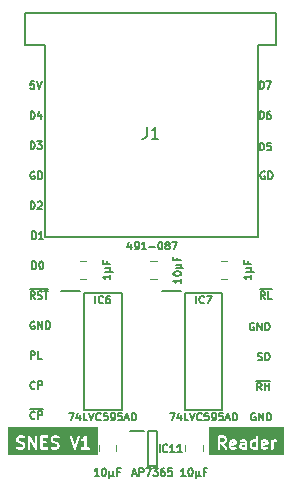
<source format=gbr>
%TF.GenerationSoftware,KiCad,Pcbnew,7.0.5*%
%TF.CreationDate,2023-12-17T12:25:05+02:00*%
%TF.ProjectId,SNES Controller Reader,534e4553-2043-46f6-9e74-726f6c6c6572,rev?*%
%TF.SameCoordinates,Original*%
%TF.FileFunction,Legend,Top*%
%TF.FilePolarity,Positive*%
%FSLAX46Y46*%
G04 Gerber Fmt 4.6, Leading zero omitted, Abs format (unit mm)*
G04 Created by KiCad (PCBNEW 7.0.5) date 2023-12-17 12:25:05*
%MOMM*%
%LPD*%
G01*
G04 APERTURE LIST*
%ADD10C,0.150000*%
%ADD11C,0.200000*%
%ADD12C,0.120000*%
G04 APERTURE END LIST*
D10*
X87625874Y-73945963D02*
X87625874Y-73310963D01*
X87625874Y-73310963D02*
X87777064Y-73310963D01*
X87777064Y-73310963D02*
X87867779Y-73341201D01*
X87867779Y-73341201D02*
X87928255Y-73401677D01*
X87928255Y-73401677D02*
X87958493Y-73462153D01*
X87958493Y-73462153D02*
X87988731Y-73583105D01*
X87988731Y-73583105D02*
X87988731Y-73673820D01*
X87988731Y-73673820D02*
X87958493Y-73794772D01*
X87958493Y-73794772D02*
X87928255Y-73855248D01*
X87928255Y-73855248D02*
X87867779Y-73915725D01*
X87867779Y-73915725D02*
X87777064Y-73945963D01*
X87777064Y-73945963D02*
X87625874Y-73945963D01*
X88533017Y-73522629D02*
X88533017Y-73945963D01*
X88381826Y-73280725D02*
X88230636Y-73734296D01*
X88230636Y-73734296D02*
X88623731Y-73734296D01*
X87625874Y-76485963D02*
X87625874Y-75850963D01*
X87625874Y-75850963D02*
X87777064Y-75850963D01*
X87777064Y-75850963D02*
X87867779Y-75881201D01*
X87867779Y-75881201D02*
X87928255Y-75941677D01*
X87928255Y-75941677D02*
X87958493Y-76002153D01*
X87958493Y-76002153D02*
X87988731Y-76123105D01*
X87988731Y-76123105D02*
X87988731Y-76213820D01*
X87988731Y-76213820D02*
X87958493Y-76334772D01*
X87958493Y-76334772D02*
X87928255Y-76395248D01*
X87928255Y-76395248D02*
X87867779Y-76455725D01*
X87867779Y-76455725D02*
X87777064Y-76485963D01*
X87777064Y-76485963D02*
X87625874Y-76485963D01*
X88200398Y-75850963D02*
X88593493Y-75850963D01*
X88593493Y-75850963D02*
X88381826Y-76092867D01*
X88381826Y-76092867D02*
X88472541Y-76092867D01*
X88472541Y-76092867D02*
X88533017Y-76123105D01*
X88533017Y-76123105D02*
X88563255Y-76153344D01*
X88563255Y-76153344D02*
X88593493Y-76213820D01*
X88593493Y-76213820D02*
X88593493Y-76365010D01*
X88593493Y-76365010D02*
X88563255Y-76425486D01*
X88563255Y-76425486D02*
X88533017Y-76455725D01*
X88533017Y-76455725D02*
X88472541Y-76485963D01*
X88472541Y-76485963D02*
X88291112Y-76485963D01*
X88291112Y-76485963D02*
X88230636Y-76455725D01*
X88230636Y-76455725D02*
X88200398Y-76425486D01*
X87625874Y-81565963D02*
X87625874Y-80930963D01*
X87625874Y-80930963D02*
X87777064Y-80930963D01*
X87777064Y-80930963D02*
X87867779Y-80961201D01*
X87867779Y-80961201D02*
X87928255Y-81021677D01*
X87928255Y-81021677D02*
X87958493Y-81082153D01*
X87958493Y-81082153D02*
X87988731Y-81203105D01*
X87988731Y-81203105D02*
X87988731Y-81293820D01*
X87988731Y-81293820D02*
X87958493Y-81414772D01*
X87958493Y-81414772D02*
X87928255Y-81475248D01*
X87928255Y-81475248D02*
X87867779Y-81535725D01*
X87867779Y-81535725D02*
X87777064Y-81565963D01*
X87777064Y-81565963D02*
X87625874Y-81565963D01*
X88230636Y-80991439D02*
X88260874Y-80961201D01*
X88260874Y-80961201D02*
X88321350Y-80930963D01*
X88321350Y-80930963D02*
X88472541Y-80930963D01*
X88472541Y-80930963D02*
X88533017Y-80961201D01*
X88533017Y-80961201D02*
X88563255Y-80991439D01*
X88563255Y-80991439D02*
X88593493Y-81051915D01*
X88593493Y-81051915D02*
X88593493Y-81112391D01*
X88593493Y-81112391D02*
X88563255Y-81203105D01*
X88563255Y-81203105D02*
X88200398Y-81565963D01*
X88200398Y-81565963D02*
X88593493Y-81565963D01*
X87752874Y-86645963D02*
X87752874Y-86010963D01*
X87752874Y-86010963D02*
X87904064Y-86010963D01*
X87904064Y-86010963D02*
X87994779Y-86041201D01*
X87994779Y-86041201D02*
X88055255Y-86101677D01*
X88055255Y-86101677D02*
X88085493Y-86162153D01*
X88085493Y-86162153D02*
X88115731Y-86283105D01*
X88115731Y-86283105D02*
X88115731Y-86373820D01*
X88115731Y-86373820D02*
X88085493Y-86494772D01*
X88085493Y-86494772D02*
X88055255Y-86555248D01*
X88055255Y-86555248D02*
X87994779Y-86615725D01*
X87994779Y-86615725D02*
X87904064Y-86645963D01*
X87904064Y-86645963D02*
X87752874Y-86645963D01*
X88508826Y-86010963D02*
X88569303Y-86010963D01*
X88569303Y-86010963D02*
X88629779Y-86041201D01*
X88629779Y-86041201D02*
X88660017Y-86071439D01*
X88660017Y-86071439D02*
X88690255Y-86131915D01*
X88690255Y-86131915D02*
X88720493Y-86252867D01*
X88720493Y-86252867D02*
X88720493Y-86404058D01*
X88720493Y-86404058D02*
X88690255Y-86525010D01*
X88690255Y-86525010D02*
X88660017Y-86585486D01*
X88660017Y-86585486D02*
X88629779Y-86615725D01*
X88629779Y-86615725D02*
X88569303Y-86645963D01*
X88569303Y-86645963D02*
X88508826Y-86645963D01*
X88508826Y-86645963D02*
X88448350Y-86615725D01*
X88448350Y-86615725D02*
X88418112Y-86585486D01*
X88418112Y-86585486D02*
X88387874Y-86525010D01*
X88387874Y-86525010D02*
X88357636Y-86404058D01*
X88357636Y-86404058D02*
X88357636Y-86252867D01*
X88357636Y-86252867D02*
X88387874Y-86131915D01*
X88387874Y-86131915D02*
X88418112Y-86071439D01*
X88418112Y-86071439D02*
X88448350Y-86041201D01*
X88448350Y-86041201D02*
X88508826Y-86010963D01*
X107016744Y-71405963D02*
X107016744Y-70770963D01*
X107016744Y-70770963D02*
X107167934Y-70770963D01*
X107167934Y-70770963D02*
X107258649Y-70801201D01*
X107258649Y-70801201D02*
X107319125Y-70861677D01*
X107319125Y-70861677D02*
X107349363Y-70922153D01*
X107349363Y-70922153D02*
X107379601Y-71043105D01*
X107379601Y-71043105D02*
X107379601Y-71133820D01*
X107379601Y-71133820D02*
X107349363Y-71254772D01*
X107349363Y-71254772D02*
X107319125Y-71315248D01*
X107319125Y-71315248D02*
X107258649Y-71375725D01*
X107258649Y-71375725D02*
X107167934Y-71405963D01*
X107167934Y-71405963D02*
X107016744Y-71405963D01*
X107591268Y-70770963D02*
X108014601Y-70770963D01*
X108014601Y-70770963D02*
X107742458Y-71405963D01*
X107016744Y-73945963D02*
X107016744Y-73310963D01*
X107016744Y-73310963D02*
X107167934Y-73310963D01*
X107167934Y-73310963D02*
X107258649Y-73341201D01*
X107258649Y-73341201D02*
X107319125Y-73401677D01*
X107319125Y-73401677D02*
X107349363Y-73462153D01*
X107349363Y-73462153D02*
X107379601Y-73583105D01*
X107379601Y-73583105D02*
X107379601Y-73673820D01*
X107379601Y-73673820D02*
X107349363Y-73794772D01*
X107349363Y-73794772D02*
X107319125Y-73855248D01*
X107319125Y-73855248D02*
X107258649Y-73915725D01*
X107258649Y-73915725D02*
X107167934Y-73945963D01*
X107167934Y-73945963D02*
X107016744Y-73945963D01*
X107923887Y-73310963D02*
X107802934Y-73310963D01*
X107802934Y-73310963D02*
X107742458Y-73341201D01*
X107742458Y-73341201D02*
X107712220Y-73371439D01*
X107712220Y-73371439D02*
X107651744Y-73462153D01*
X107651744Y-73462153D02*
X107621506Y-73583105D01*
X107621506Y-73583105D02*
X107621506Y-73825010D01*
X107621506Y-73825010D02*
X107651744Y-73885486D01*
X107651744Y-73885486D02*
X107681982Y-73915725D01*
X107681982Y-73915725D02*
X107742458Y-73945963D01*
X107742458Y-73945963D02*
X107863411Y-73945963D01*
X107863411Y-73945963D02*
X107923887Y-73915725D01*
X107923887Y-73915725D02*
X107954125Y-73885486D01*
X107954125Y-73885486D02*
X107984363Y-73825010D01*
X107984363Y-73825010D02*
X107984363Y-73673820D01*
X107984363Y-73673820D02*
X107954125Y-73613344D01*
X107954125Y-73613344D02*
X107923887Y-73583105D01*
X107923887Y-73583105D02*
X107863411Y-73552867D01*
X107863411Y-73552867D02*
X107742458Y-73552867D01*
X107742458Y-73552867D02*
X107681982Y-73583105D01*
X107681982Y-73583105D02*
X107651744Y-73613344D01*
X107651744Y-73613344D02*
X107621506Y-73673820D01*
X107016744Y-76612963D02*
X107016744Y-75977963D01*
X107016744Y-75977963D02*
X107167934Y-75977963D01*
X107167934Y-75977963D02*
X107258649Y-76008201D01*
X107258649Y-76008201D02*
X107319125Y-76068677D01*
X107319125Y-76068677D02*
X107349363Y-76129153D01*
X107349363Y-76129153D02*
X107379601Y-76250105D01*
X107379601Y-76250105D02*
X107379601Y-76340820D01*
X107379601Y-76340820D02*
X107349363Y-76461772D01*
X107349363Y-76461772D02*
X107319125Y-76522248D01*
X107319125Y-76522248D02*
X107258649Y-76582725D01*
X107258649Y-76582725D02*
X107167934Y-76612963D01*
X107167934Y-76612963D02*
X107016744Y-76612963D01*
X107954125Y-75977963D02*
X107651744Y-75977963D01*
X107651744Y-75977963D02*
X107621506Y-76280344D01*
X107621506Y-76280344D02*
X107651744Y-76250105D01*
X107651744Y-76250105D02*
X107712220Y-76219867D01*
X107712220Y-76219867D02*
X107863411Y-76219867D01*
X107863411Y-76219867D02*
X107923887Y-76250105D01*
X107923887Y-76250105D02*
X107954125Y-76280344D01*
X107954125Y-76280344D02*
X107984363Y-76340820D01*
X107984363Y-76340820D02*
X107984363Y-76492010D01*
X107984363Y-76492010D02*
X107954125Y-76552486D01*
X107954125Y-76552486D02*
X107923887Y-76582725D01*
X107923887Y-76582725D02*
X107863411Y-76612963D01*
X107863411Y-76612963D02*
X107712220Y-76612963D01*
X107712220Y-76612963D02*
X107651744Y-76582725D01*
X107651744Y-76582725D02*
X107621506Y-76552486D01*
X87752874Y-84105963D02*
X87752874Y-83470963D01*
X87752874Y-83470963D02*
X87904064Y-83470963D01*
X87904064Y-83470963D02*
X87994779Y-83501201D01*
X87994779Y-83501201D02*
X88055255Y-83561677D01*
X88055255Y-83561677D02*
X88085493Y-83622153D01*
X88085493Y-83622153D02*
X88115731Y-83743105D01*
X88115731Y-83743105D02*
X88115731Y-83833820D01*
X88115731Y-83833820D02*
X88085493Y-83954772D01*
X88085493Y-83954772D02*
X88055255Y-84015248D01*
X88055255Y-84015248D02*
X87994779Y-84075725D01*
X87994779Y-84075725D02*
X87904064Y-84105963D01*
X87904064Y-84105963D02*
X87752874Y-84105963D01*
X88720493Y-84105963D02*
X88357636Y-84105963D01*
X88539064Y-84105963D02*
X88539064Y-83470963D01*
X88539064Y-83470963D02*
X88478588Y-83561677D01*
X88478588Y-83561677D02*
X88418112Y-83622153D01*
X88418112Y-83622153D02*
X88357636Y-83652391D01*
D11*
G36*
X104891082Y-101303706D02*
G01*
X104908533Y-101338607D01*
X104637047Y-101392904D01*
X104637047Y-101348015D01*
X104659201Y-101303706D01*
X104703510Y-101281552D01*
X104846774Y-101281552D01*
X104891082Y-101303706D01*
G37*
G36*
X105770380Y-101567333D02*
G01*
X105770380Y-101738796D01*
X105751536Y-101748219D01*
X105560653Y-101748219D01*
X105516344Y-101726064D01*
X105494190Y-101681755D01*
X105494190Y-101633729D01*
X105516344Y-101589420D01*
X105560653Y-101567266D01*
X105769757Y-101567266D01*
X105770380Y-101567333D01*
G37*
G36*
X106675142Y-101290974D02*
G01*
X106675142Y-101738796D01*
X106656298Y-101748219D01*
X106513034Y-101748219D01*
X106453427Y-101718415D01*
X106428756Y-101693743D01*
X106398952Y-101634135D01*
X106398952Y-101395634D01*
X106428756Y-101336025D01*
X106453426Y-101311356D01*
X106513034Y-101281552D01*
X106656298Y-101281552D01*
X106675142Y-101290974D01*
G37*
G36*
X107557749Y-101303706D02*
G01*
X107575200Y-101338607D01*
X107303714Y-101392904D01*
X107303714Y-101348015D01*
X107325868Y-101303706D01*
X107370177Y-101281552D01*
X107513441Y-101281552D01*
X107557749Y-101303706D01*
G37*
G36*
X104001620Y-100978023D02*
G01*
X104026290Y-101002693D01*
X104056094Y-101062301D01*
X104056094Y-101157945D01*
X104026290Y-101217553D01*
X104001620Y-101242223D01*
X103942012Y-101272028D01*
X103827936Y-101272028D01*
X103803863Y-101269533D01*
X103798926Y-101272028D01*
X103684666Y-101272028D01*
X103684666Y-100948219D01*
X103942012Y-100948219D01*
X104001620Y-100978023D01*
G37*
G36*
X109082286Y-102423857D02*
G01*
X102753714Y-102423857D01*
X102753714Y-101386860D01*
X103481505Y-101386860D01*
X103484666Y-101393781D01*
X103484666Y-101862598D01*
X103496989Y-101904566D01*
X103541371Y-101943023D01*
X103599498Y-101951380D01*
X103652917Y-101926985D01*
X103684666Y-101877582D01*
X103684666Y-101472028D01*
X103770695Y-101472028D01*
X104082417Y-101917345D01*
X104116579Y-101944660D01*
X104174992Y-101950714D01*
X104227404Y-101924226D01*
X104257177Y-101873608D01*
X104254856Y-101814928D01*
X104008887Y-101463544D01*
X104021965Y-101459705D01*
X104028153Y-101452563D01*
X104094361Y-101419459D01*
X104110804Y-101415882D01*
X104130283Y-101396402D01*
X104150464Y-101377631D01*
X104150948Y-101375737D01*
X104170319Y-101356366D01*
X104184786Y-101347774D01*
X104190874Y-101335597D01*
X104433427Y-101335597D01*
X104437047Y-101344325D01*
X104437046Y-101488463D01*
X104435593Y-101491023D01*
X104437047Y-101517625D01*
X104437047Y-101699975D01*
X104434473Y-101723819D01*
X104443611Y-101742096D01*
X104449370Y-101761708D01*
X104456510Y-101767895D01*
X104483830Y-101822535D01*
X104483693Y-101826420D01*
X104496837Y-101848550D01*
X104501653Y-101858182D01*
X104504156Y-101860873D01*
X104513682Y-101876911D01*
X104523764Y-101881952D01*
X104531444Y-101890208D01*
X104549520Y-101894830D01*
X104630365Y-101935253D01*
X104650541Y-101948219D01*
X104670976Y-101948219D01*
X104691092Y-101951839D01*
X104699820Y-101948219D01*
X104864995Y-101948219D01*
X104888838Y-101950793D01*
X104907114Y-101941654D01*
X104926727Y-101935896D01*
X104932915Y-101928754D01*
X105023200Y-101883612D01*
X105055226Y-101853822D01*
X105069775Y-101796927D01*
X105051255Y-101741199D01*
X105005545Y-101704329D01*
X104947159Y-101698026D01*
X104846774Y-101748219D01*
X104703510Y-101748219D01*
X104659201Y-101726064D01*
X104637047Y-101681755D01*
X104637047Y-101621311D01*
X105290570Y-101621311D01*
X105294190Y-101630039D01*
X105294189Y-101699975D01*
X105291616Y-101723819D01*
X105300754Y-101742096D01*
X105306513Y-101761708D01*
X105313653Y-101767895D01*
X105340973Y-101822535D01*
X105340836Y-101826420D01*
X105353980Y-101848550D01*
X105358796Y-101858182D01*
X105361299Y-101860873D01*
X105370825Y-101876911D01*
X105380907Y-101881952D01*
X105388587Y-101890208D01*
X105406663Y-101894830D01*
X105487508Y-101935253D01*
X105507684Y-101948219D01*
X105528119Y-101948219D01*
X105548235Y-101951839D01*
X105556963Y-101948219D01*
X105769757Y-101948219D01*
X105793600Y-101950793D01*
X105811876Y-101941654D01*
X105822056Y-101938665D01*
X105827085Y-101943023D01*
X105885212Y-101951380D01*
X105938631Y-101926985D01*
X105970380Y-101877582D01*
X105970380Y-101813183D01*
X105974537Y-101796927D01*
X105970380Y-101784418D01*
X105970380Y-101432230D01*
X105974537Y-101415974D01*
X105970380Y-101403465D01*
X105970380Y-101383216D01*
X106195332Y-101383216D01*
X106198952Y-101391944D01*
X106198952Y-101652356D01*
X106196378Y-101676200D01*
X106205516Y-101694476D01*
X106211275Y-101714089D01*
X106218416Y-101720277D01*
X106251520Y-101786484D01*
X106255097Y-101802927D01*
X106274580Y-101822410D01*
X106293349Y-101842588D01*
X106295241Y-101843071D01*
X106314613Y-101862444D01*
X106323206Y-101876911D01*
X106347844Y-101889230D01*
X106372035Y-101902440D01*
X106373984Y-101902300D01*
X106439889Y-101935253D01*
X106460065Y-101948219D01*
X106480500Y-101948219D01*
X106500616Y-101951839D01*
X106509344Y-101948219D01*
X106674519Y-101948219D01*
X106698362Y-101950793D01*
X106716638Y-101941654D01*
X106726818Y-101938665D01*
X106731847Y-101943023D01*
X106789974Y-101951380D01*
X106843393Y-101926985D01*
X106875142Y-101877582D01*
X106875142Y-101813183D01*
X106879299Y-101796927D01*
X106875142Y-101784418D01*
X106875142Y-101335597D01*
X107100094Y-101335597D01*
X107103714Y-101344325D01*
X107103713Y-101488463D01*
X107102260Y-101491023D01*
X107103714Y-101517625D01*
X107103714Y-101699975D01*
X107101140Y-101723819D01*
X107110278Y-101742096D01*
X107116037Y-101761708D01*
X107123177Y-101767895D01*
X107150497Y-101822535D01*
X107150360Y-101826420D01*
X107163504Y-101848550D01*
X107168320Y-101858182D01*
X107170823Y-101860873D01*
X107180349Y-101876911D01*
X107190431Y-101881952D01*
X107198111Y-101890208D01*
X107216187Y-101894830D01*
X107297032Y-101935253D01*
X107317208Y-101948219D01*
X107337643Y-101948219D01*
X107357759Y-101951839D01*
X107366487Y-101948219D01*
X107531662Y-101948219D01*
X107555505Y-101950793D01*
X107573781Y-101941654D01*
X107593394Y-101935896D01*
X107599582Y-101928754D01*
X107689867Y-101883612D01*
X107721893Y-101853822D01*
X107736442Y-101796927D01*
X107717922Y-101741199D01*
X107672212Y-101704329D01*
X107613826Y-101698026D01*
X107513441Y-101748219D01*
X107370177Y-101748219D01*
X107325868Y-101726064D01*
X107303714Y-101681755D01*
X107303714Y-101596865D01*
X107682672Y-101521073D01*
X107694736Y-101522808D01*
X107710893Y-101515429D01*
X107713615Y-101514885D01*
X107723925Y-101509477D01*
X107748155Y-101498413D01*
X107749746Y-101495937D01*
X107752351Y-101494571D01*
X107765501Y-101471421D01*
X107779904Y-101449010D01*
X107779904Y-101446066D01*
X107781357Y-101443509D01*
X107779904Y-101416925D01*
X107779904Y-101383216D01*
X108004856Y-101383216D01*
X108008475Y-101391944D01*
X108008476Y-101862598D01*
X108020799Y-101904566D01*
X108065181Y-101943023D01*
X108123308Y-101951380D01*
X108176727Y-101926985D01*
X108208476Y-101877582D01*
X108208475Y-101395634D01*
X108238280Y-101336025D01*
X108262949Y-101311356D01*
X108322558Y-101281552D01*
X108408569Y-101281552D01*
X108450537Y-101269229D01*
X108488994Y-101224847D01*
X108497351Y-101166720D01*
X108472956Y-101113301D01*
X108423553Y-101081552D01*
X108304336Y-101081552D01*
X108280493Y-101078978D01*
X108262215Y-101088116D01*
X108242605Y-101093875D01*
X108236417Y-101101016D01*
X108193184Y-101122632D01*
X108151771Y-101086748D01*
X108093644Y-101078391D01*
X108040225Y-101102786D01*
X108008476Y-101152189D01*
X108008476Y-101363100D01*
X108004856Y-101383216D01*
X107779904Y-101383216D01*
X107779904Y-101329793D01*
X107782478Y-101305950D01*
X107773339Y-101287672D01*
X107767581Y-101268062D01*
X107760439Y-101261874D01*
X107733120Y-101207236D01*
X107733258Y-101203351D01*
X107720108Y-101181211D01*
X107715297Y-101171589D01*
X107712796Y-101168900D01*
X107703269Y-101152860D01*
X107693187Y-101147819D01*
X107685507Y-101139562D01*
X107667426Y-101134938D01*
X107586588Y-101094519D01*
X107566410Y-101081552D01*
X107545974Y-101081552D01*
X107525859Y-101077932D01*
X107517131Y-101081552D01*
X107351955Y-101081552D01*
X107328112Y-101078978D01*
X107309834Y-101088116D01*
X107290224Y-101093875D01*
X107284036Y-101101016D01*
X107229398Y-101128335D01*
X107225513Y-101128198D01*
X107203373Y-101141347D01*
X107193751Y-101146159D01*
X107191062Y-101148659D01*
X107175022Y-101158187D01*
X107169981Y-101168268D01*
X107161724Y-101175949D01*
X107157100Y-101194029D01*
X107116681Y-101274867D01*
X107103714Y-101295046D01*
X107103714Y-101315481D01*
X107100094Y-101335597D01*
X106875142Y-101335597D01*
X106875142Y-101230937D01*
X106876115Y-101203351D01*
X106875142Y-101201712D01*
X106875142Y-100833840D01*
X106862819Y-100791872D01*
X106818437Y-100753415D01*
X106760310Y-100745058D01*
X106706891Y-100769453D01*
X106675142Y-100818856D01*
X106675142Y-101079088D01*
X106668716Y-101077932D01*
X106659988Y-101081552D01*
X106494812Y-101081552D01*
X106470969Y-101078978D01*
X106452691Y-101088116D01*
X106433081Y-101093875D01*
X106426893Y-101101016D01*
X106360682Y-101134121D01*
X106344242Y-101137698D01*
X106324767Y-101157172D01*
X106304581Y-101175949D01*
X106304096Y-101177843D01*
X106284726Y-101197213D01*
X106270260Y-101205806D01*
X106257942Y-101230440D01*
X106244731Y-101254636D01*
X106244870Y-101256585D01*
X106211919Y-101322486D01*
X106198952Y-101342665D01*
X106198952Y-101363100D01*
X106195332Y-101383216D01*
X105970380Y-101383216D01*
X105970380Y-101329793D01*
X105972954Y-101305950D01*
X105963815Y-101287672D01*
X105958057Y-101268062D01*
X105950915Y-101261874D01*
X105923596Y-101207236D01*
X105923734Y-101203351D01*
X105910584Y-101181211D01*
X105905773Y-101171589D01*
X105903272Y-101168900D01*
X105893745Y-101152860D01*
X105883663Y-101147819D01*
X105875983Y-101139562D01*
X105857902Y-101134938D01*
X105777064Y-101094519D01*
X105756886Y-101081552D01*
X105736450Y-101081552D01*
X105716335Y-101077932D01*
X105707607Y-101081552D01*
X105542431Y-101081552D01*
X105518588Y-101078978D01*
X105500310Y-101088116D01*
X105480700Y-101093875D01*
X105474512Y-101101016D01*
X105384227Y-101146159D01*
X105352200Y-101175949D01*
X105337652Y-101232844D01*
X105356172Y-101288572D01*
X105401881Y-101325442D01*
X105460267Y-101331745D01*
X105560653Y-101281552D01*
X105703917Y-101281552D01*
X105748225Y-101303706D01*
X105770380Y-101348015D01*
X105770380Y-101357843D01*
X105751536Y-101367266D01*
X105542431Y-101367266D01*
X105518588Y-101364692D01*
X105500310Y-101373830D01*
X105480700Y-101379589D01*
X105474512Y-101386730D01*
X105419874Y-101414049D01*
X105415989Y-101413912D01*
X105393849Y-101427061D01*
X105384227Y-101431873D01*
X105381538Y-101434373D01*
X105365498Y-101443901D01*
X105360457Y-101453982D01*
X105352200Y-101461663D01*
X105347576Y-101479743D01*
X105307157Y-101560581D01*
X105294190Y-101580760D01*
X105294190Y-101601195D01*
X105290570Y-101621311D01*
X104637047Y-101621311D01*
X104637047Y-101596865D01*
X105016005Y-101521073D01*
X105028069Y-101522808D01*
X105044226Y-101515429D01*
X105046948Y-101514885D01*
X105057258Y-101509477D01*
X105081488Y-101498413D01*
X105083079Y-101495937D01*
X105085684Y-101494571D01*
X105098834Y-101471421D01*
X105113237Y-101449010D01*
X105113237Y-101446066D01*
X105114690Y-101443509D01*
X105113236Y-101416925D01*
X105113237Y-101329793D01*
X105115811Y-101305950D01*
X105106672Y-101287672D01*
X105100914Y-101268062D01*
X105093772Y-101261874D01*
X105066453Y-101207236D01*
X105066591Y-101203351D01*
X105053441Y-101181211D01*
X105048630Y-101171589D01*
X105046129Y-101168900D01*
X105036602Y-101152860D01*
X105026520Y-101147819D01*
X105018840Y-101139562D01*
X105000759Y-101134938D01*
X104919921Y-101094519D01*
X104899743Y-101081552D01*
X104879307Y-101081552D01*
X104859192Y-101077932D01*
X104850464Y-101081552D01*
X104685288Y-101081552D01*
X104661445Y-101078978D01*
X104643167Y-101088116D01*
X104623557Y-101093875D01*
X104617369Y-101101016D01*
X104562731Y-101128335D01*
X104558846Y-101128198D01*
X104536706Y-101141347D01*
X104527084Y-101146159D01*
X104524395Y-101148659D01*
X104508355Y-101158187D01*
X104503314Y-101168268D01*
X104495057Y-101175949D01*
X104490433Y-101194029D01*
X104450014Y-101274867D01*
X104437047Y-101295046D01*
X104437047Y-101315481D01*
X104433427Y-101335597D01*
X104190874Y-101335597D01*
X104197104Y-101323137D01*
X104210315Y-101298944D01*
X104210175Y-101296995D01*
X104243128Y-101231090D01*
X104256094Y-101210915D01*
X104256094Y-101190479D01*
X104259714Y-101170364D01*
X104256094Y-101161635D01*
X104256094Y-101044079D01*
X104258668Y-101020236D01*
X104249529Y-101001958D01*
X104243771Y-100982348D01*
X104236629Y-100976160D01*
X104203524Y-100909949D01*
X104199948Y-100893509D01*
X104180473Y-100874034D01*
X104161697Y-100853848D01*
X104159802Y-100853363D01*
X104140432Y-100833993D01*
X104131840Y-100819527D01*
X104107205Y-100807209D01*
X104083010Y-100793998D01*
X104081060Y-100794137D01*
X104015159Y-100761186D01*
X103994981Y-100748219D01*
X103974545Y-100748219D01*
X103954430Y-100744599D01*
X103945702Y-100748219D01*
X103591820Y-100748219D01*
X103569834Y-100745058D01*
X103549630Y-100754284D01*
X103528319Y-100760542D01*
X103523336Y-100766292D01*
X103516415Y-100769453D01*
X103504406Y-100788138D01*
X103489862Y-100804924D01*
X103488779Y-100812455D01*
X103484666Y-100818856D01*
X103484666Y-100841064D01*
X103481505Y-100863051D01*
X103484666Y-100869972D01*
X103484666Y-101364873D01*
X103481505Y-101386860D01*
X102753714Y-101386860D01*
X102753714Y-100038143D01*
X109082286Y-100038143D01*
X109082286Y-102423857D01*
G37*
D10*
X107470315Y-89185963D02*
X107258648Y-88883582D01*
X107107458Y-89185963D02*
X107107458Y-88550963D01*
X107107458Y-88550963D02*
X107349363Y-88550963D01*
X107349363Y-88550963D02*
X107409839Y-88581201D01*
X107409839Y-88581201D02*
X107440077Y-88611439D01*
X107440077Y-88611439D02*
X107470315Y-88671915D01*
X107470315Y-88671915D02*
X107470315Y-88762629D01*
X107470315Y-88762629D02*
X107440077Y-88823105D01*
X107440077Y-88823105D02*
X107409839Y-88853344D01*
X107409839Y-88853344D02*
X107349363Y-88883582D01*
X107349363Y-88883582D02*
X107107458Y-88883582D01*
X108044839Y-89185963D02*
X107742458Y-89185963D01*
X107742458Y-89185963D02*
X107742458Y-88550963D01*
X107019768Y-88374675D02*
X108041816Y-88374675D01*
X87958493Y-78421201D02*
X87898017Y-78390963D01*
X87898017Y-78390963D02*
X87807303Y-78390963D01*
X87807303Y-78390963D02*
X87716588Y-78421201D01*
X87716588Y-78421201D02*
X87656112Y-78481677D01*
X87656112Y-78481677D02*
X87625874Y-78542153D01*
X87625874Y-78542153D02*
X87595636Y-78663105D01*
X87595636Y-78663105D02*
X87595636Y-78753820D01*
X87595636Y-78753820D02*
X87625874Y-78874772D01*
X87625874Y-78874772D02*
X87656112Y-78935248D01*
X87656112Y-78935248D02*
X87716588Y-78995725D01*
X87716588Y-78995725D02*
X87807303Y-79025963D01*
X87807303Y-79025963D02*
X87867779Y-79025963D01*
X87867779Y-79025963D02*
X87958493Y-78995725D01*
X87958493Y-78995725D02*
X87988731Y-78965486D01*
X87988731Y-78965486D02*
X87988731Y-78753820D01*
X87988731Y-78753820D02*
X87867779Y-78753820D01*
X88260874Y-79025963D02*
X88260874Y-78390963D01*
X88260874Y-78390963D02*
X88412064Y-78390963D01*
X88412064Y-78390963D02*
X88502779Y-78421201D01*
X88502779Y-78421201D02*
X88563255Y-78481677D01*
X88563255Y-78481677D02*
X88593493Y-78542153D01*
X88593493Y-78542153D02*
X88623731Y-78663105D01*
X88623731Y-78663105D02*
X88623731Y-78753820D01*
X88623731Y-78753820D02*
X88593493Y-78874772D01*
X88593493Y-78874772D02*
X88563255Y-78935248D01*
X88563255Y-78935248D02*
X88502779Y-78995725D01*
X88502779Y-78995725D02*
X88412064Y-79025963D01*
X88412064Y-79025963D02*
X88260874Y-79025963D01*
X107446125Y-78421201D02*
X107385649Y-78390963D01*
X107385649Y-78390963D02*
X107294935Y-78390963D01*
X107294935Y-78390963D02*
X107204220Y-78421201D01*
X107204220Y-78421201D02*
X107143744Y-78481677D01*
X107143744Y-78481677D02*
X107113506Y-78542153D01*
X107113506Y-78542153D02*
X107083268Y-78663105D01*
X107083268Y-78663105D02*
X107083268Y-78753820D01*
X107083268Y-78753820D02*
X107113506Y-78874772D01*
X107113506Y-78874772D02*
X107143744Y-78935248D01*
X107143744Y-78935248D02*
X107204220Y-78995725D01*
X107204220Y-78995725D02*
X107294935Y-79025963D01*
X107294935Y-79025963D02*
X107355411Y-79025963D01*
X107355411Y-79025963D02*
X107446125Y-78995725D01*
X107446125Y-78995725D02*
X107476363Y-78965486D01*
X107476363Y-78965486D02*
X107476363Y-78753820D01*
X107476363Y-78753820D02*
X107355411Y-78753820D01*
X107748506Y-79025963D02*
X107748506Y-78390963D01*
X107748506Y-78390963D02*
X107899696Y-78390963D01*
X107899696Y-78390963D02*
X107990411Y-78421201D01*
X107990411Y-78421201D02*
X108050887Y-78481677D01*
X108050887Y-78481677D02*
X108081125Y-78542153D01*
X108081125Y-78542153D02*
X108111363Y-78663105D01*
X108111363Y-78663105D02*
X108111363Y-78753820D01*
X108111363Y-78753820D02*
X108081125Y-78874772D01*
X108081125Y-78874772D02*
X108050887Y-78935248D01*
X108050887Y-78935248D02*
X107990411Y-78995725D01*
X107990411Y-78995725D02*
X107899696Y-79025963D01*
X107899696Y-79025963D02*
X107748506Y-79025963D01*
X106859506Y-94362725D02*
X106950220Y-94392963D01*
X106950220Y-94392963D02*
X107101411Y-94392963D01*
X107101411Y-94392963D02*
X107161887Y-94362725D01*
X107161887Y-94362725D02*
X107192125Y-94332486D01*
X107192125Y-94332486D02*
X107222363Y-94272010D01*
X107222363Y-94272010D02*
X107222363Y-94211534D01*
X107222363Y-94211534D02*
X107192125Y-94151058D01*
X107192125Y-94151058D02*
X107161887Y-94120820D01*
X107161887Y-94120820D02*
X107101411Y-94090582D01*
X107101411Y-94090582D02*
X106980458Y-94060344D01*
X106980458Y-94060344D02*
X106919982Y-94030105D01*
X106919982Y-94030105D02*
X106889744Y-93999867D01*
X106889744Y-93999867D02*
X106859506Y-93939391D01*
X106859506Y-93939391D02*
X106859506Y-93878915D01*
X106859506Y-93878915D02*
X106889744Y-93818439D01*
X106889744Y-93818439D02*
X106919982Y-93788201D01*
X106919982Y-93788201D02*
X106980458Y-93757963D01*
X106980458Y-93757963D02*
X107131649Y-93757963D01*
X107131649Y-93757963D02*
X107222363Y-93788201D01*
X107494506Y-94392963D02*
X107494506Y-93757963D01*
X107494506Y-93757963D02*
X107645696Y-93757963D01*
X107645696Y-93757963D02*
X107736411Y-93788201D01*
X107736411Y-93788201D02*
X107796887Y-93848677D01*
X107796887Y-93848677D02*
X107827125Y-93909153D01*
X107827125Y-93909153D02*
X107857363Y-94030105D01*
X107857363Y-94030105D02*
X107857363Y-94120820D01*
X107857363Y-94120820D02*
X107827125Y-94241772D01*
X107827125Y-94241772D02*
X107796887Y-94302248D01*
X107796887Y-94302248D02*
X107736411Y-94362725D01*
X107736411Y-94362725D02*
X107645696Y-94392963D01*
X107645696Y-94392963D02*
X107494506Y-94392963D01*
X87625874Y-94265963D02*
X87625874Y-93630963D01*
X87625874Y-93630963D02*
X87867779Y-93630963D01*
X87867779Y-93630963D02*
X87928255Y-93661201D01*
X87928255Y-93661201D02*
X87958493Y-93691439D01*
X87958493Y-93691439D02*
X87988731Y-93751915D01*
X87988731Y-93751915D02*
X87988731Y-93842629D01*
X87988731Y-93842629D02*
X87958493Y-93903105D01*
X87958493Y-93903105D02*
X87928255Y-93933344D01*
X87928255Y-93933344D02*
X87867779Y-93963582D01*
X87867779Y-93963582D02*
X87625874Y-93963582D01*
X88563255Y-94265963D02*
X88260874Y-94265963D01*
X88260874Y-94265963D02*
X88260874Y-93630963D01*
X106653887Y-98868201D02*
X106593411Y-98837963D01*
X106593411Y-98837963D02*
X106502697Y-98837963D01*
X106502697Y-98837963D02*
X106411982Y-98868201D01*
X106411982Y-98868201D02*
X106351506Y-98928677D01*
X106351506Y-98928677D02*
X106321268Y-98989153D01*
X106321268Y-98989153D02*
X106291030Y-99110105D01*
X106291030Y-99110105D02*
X106291030Y-99200820D01*
X106291030Y-99200820D02*
X106321268Y-99321772D01*
X106321268Y-99321772D02*
X106351506Y-99382248D01*
X106351506Y-99382248D02*
X106411982Y-99442725D01*
X106411982Y-99442725D02*
X106502697Y-99472963D01*
X106502697Y-99472963D02*
X106563173Y-99472963D01*
X106563173Y-99472963D02*
X106653887Y-99442725D01*
X106653887Y-99442725D02*
X106684125Y-99412486D01*
X106684125Y-99412486D02*
X106684125Y-99200820D01*
X106684125Y-99200820D02*
X106563173Y-99200820D01*
X106956268Y-99472963D02*
X106956268Y-98837963D01*
X106956268Y-98837963D02*
X107319125Y-99472963D01*
X107319125Y-99472963D02*
X107319125Y-98837963D01*
X107621506Y-99472963D02*
X107621506Y-98837963D01*
X107621506Y-98837963D02*
X107772696Y-98837963D01*
X107772696Y-98837963D02*
X107863411Y-98868201D01*
X107863411Y-98868201D02*
X107923887Y-98928677D01*
X107923887Y-98928677D02*
X107954125Y-98989153D01*
X107954125Y-98989153D02*
X107984363Y-99110105D01*
X107984363Y-99110105D02*
X107984363Y-99200820D01*
X107984363Y-99200820D02*
X107954125Y-99321772D01*
X107954125Y-99321772D02*
X107923887Y-99382248D01*
X107923887Y-99382248D02*
X107863411Y-99442725D01*
X107863411Y-99442725D02*
X107772696Y-99472963D01*
X107772696Y-99472963D02*
X107621506Y-99472963D01*
X87988731Y-89185963D02*
X87777064Y-88883582D01*
X87625874Y-89185963D02*
X87625874Y-88550963D01*
X87625874Y-88550963D02*
X87867779Y-88550963D01*
X87867779Y-88550963D02*
X87928255Y-88581201D01*
X87928255Y-88581201D02*
X87958493Y-88611439D01*
X87958493Y-88611439D02*
X87988731Y-88671915D01*
X87988731Y-88671915D02*
X87988731Y-88762629D01*
X87988731Y-88762629D02*
X87958493Y-88823105D01*
X87958493Y-88823105D02*
X87928255Y-88853344D01*
X87928255Y-88853344D02*
X87867779Y-88883582D01*
X87867779Y-88883582D02*
X87625874Y-88883582D01*
X88230636Y-89155725D02*
X88321350Y-89185963D01*
X88321350Y-89185963D02*
X88472541Y-89185963D01*
X88472541Y-89185963D02*
X88533017Y-89155725D01*
X88533017Y-89155725D02*
X88563255Y-89125486D01*
X88563255Y-89125486D02*
X88593493Y-89065010D01*
X88593493Y-89065010D02*
X88593493Y-89004534D01*
X88593493Y-89004534D02*
X88563255Y-88944058D01*
X88563255Y-88944058D02*
X88533017Y-88913820D01*
X88533017Y-88913820D02*
X88472541Y-88883582D01*
X88472541Y-88883582D02*
X88351588Y-88853344D01*
X88351588Y-88853344D02*
X88291112Y-88823105D01*
X88291112Y-88823105D02*
X88260874Y-88792867D01*
X88260874Y-88792867D02*
X88230636Y-88732391D01*
X88230636Y-88732391D02*
X88230636Y-88671915D01*
X88230636Y-88671915D02*
X88260874Y-88611439D01*
X88260874Y-88611439D02*
X88291112Y-88581201D01*
X88291112Y-88581201D02*
X88351588Y-88550963D01*
X88351588Y-88550963D02*
X88502779Y-88550963D01*
X88502779Y-88550963D02*
X88593493Y-88581201D01*
X88774922Y-88550963D02*
X89137779Y-88550963D01*
X88956350Y-89185963D02*
X88956350Y-88550963D01*
X87538184Y-88374675D02*
X89134756Y-88374675D01*
X106526887Y-91248201D02*
X106466411Y-91217963D01*
X106466411Y-91217963D02*
X106375697Y-91217963D01*
X106375697Y-91217963D02*
X106284982Y-91248201D01*
X106284982Y-91248201D02*
X106224506Y-91308677D01*
X106224506Y-91308677D02*
X106194268Y-91369153D01*
X106194268Y-91369153D02*
X106164030Y-91490105D01*
X106164030Y-91490105D02*
X106164030Y-91580820D01*
X106164030Y-91580820D02*
X106194268Y-91701772D01*
X106194268Y-91701772D02*
X106224506Y-91762248D01*
X106224506Y-91762248D02*
X106284982Y-91822725D01*
X106284982Y-91822725D02*
X106375697Y-91852963D01*
X106375697Y-91852963D02*
X106436173Y-91852963D01*
X106436173Y-91852963D02*
X106526887Y-91822725D01*
X106526887Y-91822725D02*
X106557125Y-91792486D01*
X106557125Y-91792486D02*
X106557125Y-91580820D01*
X106557125Y-91580820D02*
X106436173Y-91580820D01*
X106829268Y-91852963D02*
X106829268Y-91217963D01*
X106829268Y-91217963D02*
X107192125Y-91852963D01*
X107192125Y-91852963D02*
X107192125Y-91217963D01*
X107494506Y-91852963D02*
X107494506Y-91217963D01*
X107494506Y-91217963D02*
X107645696Y-91217963D01*
X107645696Y-91217963D02*
X107736411Y-91248201D01*
X107736411Y-91248201D02*
X107796887Y-91308677D01*
X107796887Y-91308677D02*
X107827125Y-91369153D01*
X107827125Y-91369153D02*
X107857363Y-91490105D01*
X107857363Y-91490105D02*
X107857363Y-91580820D01*
X107857363Y-91580820D02*
X107827125Y-91701772D01*
X107827125Y-91701772D02*
X107796887Y-91762248D01*
X107796887Y-91762248D02*
X107736411Y-91822725D01*
X107736411Y-91822725D02*
X107645696Y-91852963D01*
X107645696Y-91852963D02*
X107494506Y-91852963D01*
X87928255Y-70770963D02*
X87625874Y-70770963D01*
X87625874Y-70770963D02*
X87595636Y-71073344D01*
X87595636Y-71073344D02*
X87625874Y-71043105D01*
X87625874Y-71043105D02*
X87686350Y-71012867D01*
X87686350Y-71012867D02*
X87837541Y-71012867D01*
X87837541Y-71012867D02*
X87898017Y-71043105D01*
X87898017Y-71043105D02*
X87928255Y-71073344D01*
X87928255Y-71073344D02*
X87958493Y-71133820D01*
X87958493Y-71133820D02*
X87958493Y-71285010D01*
X87958493Y-71285010D02*
X87928255Y-71345486D01*
X87928255Y-71345486D02*
X87898017Y-71375725D01*
X87898017Y-71375725D02*
X87837541Y-71405963D01*
X87837541Y-71405963D02*
X87686350Y-71405963D01*
X87686350Y-71405963D02*
X87625874Y-71375725D01*
X87625874Y-71375725D02*
X87595636Y-71345486D01*
X88139922Y-70770963D02*
X88351588Y-71405963D01*
X88351588Y-71405963D02*
X88563255Y-70770963D01*
D11*
G36*
X93342143Y-102423857D02*
G01*
X85727857Y-102423857D01*
X85727857Y-101049883D01*
X86407570Y-101049883D01*
X86411190Y-101058611D01*
X86411189Y-101128547D01*
X86408616Y-101152391D01*
X86417754Y-101170667D01*
X86423513Y-101190280D01*
X86430654Y-101196468D01*
X86463758Y-101262676D01*
X86467336Y-101279119D01*
X86486815Y-101298598D01*
X86505587Y-101318779D01*
X86507480Y-101319263D01*
X86526851Y-101338634D01*
X86535444Y-101353101D01*
X86560080Y-101365419D01*
X86584274Y-101378630D01*
X86586222Y-101378490D01*
X86641012Y-101405885D01*
X86648926Y-101414302D01*
X86666764Y-101418761D01*
X86669805Y-101420282D01*
X86680659Y-101422235D01*
X86857241Y-101466380D01*
X86928144Y-101501832D01*
X86952814Y-101526502D01*
X86982618Y-101586110D01*
X86982618Y-101634135D01*
X86952814Y-101693743D01*
X86928143Y-101718414D01*
X86868536Y-101748219D01*
X86670274Y-101748219D01*
X86529172Y-101701185D01*
X86485460Y-101699604D01*
X86434942Y-101729547D01*
X86408633Y-101782048D01*
X86414883Y-101840441D01*
X86451711Y-101886183D01*
X86610528Y-101939121D01*
X86624684Y-101948219D01*
X86652239Y-101948219D01*
X86679776Y-101949215D01*
X86681456Y-101948219D01*
X86886757Y-101948219D01*
X86910600Y-101950793D01*
X86928876Y-101941654D01*
X86948489Y-101935896D01*
X86954677Y-101928754D01*
X87020885Y-101895650D01*
X87037329Y-101892073D01*
X87056814Y-101872587D01*
X87076988Y-101853822D01*
X87077472Y-101851928D01*
X87096845Y-101832555D01*
X87111310Y-101823964D01*
X87123627Y-101799329D01*
X87136839Y-101775133D01*
X87136699Y-101773185D01*
X87169652Y-101707280D01*
X87182618Y-101687105D01*
X87182618Y-101666669D01*
X87186238Y-101646554D01*
X87182618Y-101637825D01*
X87182618Y-101567888D01*
X87185192Y-101544045D01*
X87176053Y-101525767D01*
X87170295Y-101506157D01*
X87163153Y-101499969D01*
X87130048Y-101433758D01*
X87126472Y-101417318D01*
X87106997Y-101397843D01*
X87088221Y-101377657D01*
X87086326Y-101377172D01*
X87066956Y-101357802D01*
X87058364Y-101343336D01*
X87033729Y-101331018D01*
X87009534Y-101317807D01*
X87007584Y-101317946D01*
X86952796Y-101290552D01*
X86944882Y-101282135D01*
X86927041Y-101277674D01*
X86924002Y-101276155D01*
X86913150Y-101274202D01*
X86736565Y-101230055D01*
X86665664Y-101194605D01*
X86640994Y-101169935D01*
X86611190Y-101110326D01*
X86611190Y-101062301D01*
X86640994Y-101002692D01*
X86665664Y-100978022D01*
X86725272Y-100948219D01*
X86923533Y-100948219D01*
X87064636Y-100995253D01*
X87108347Y-100996834D01*
X87158865Y-100966891D01*
X87185175Y-100914389D01*
X87180673Y-100872339D01*
X87409798Y-100872339D01*
X87411190Y-100874775D01*
X87411190Y-101862598D01*
X87423513Y-101904566D01*
X87467895Y-101943023D01*
X87526022Y-101951380D01*
X87579441Y-101926985D01*
X87611190Y-101877582D01*
X87611190Y-101224775D01*
X87989972Y-101887644D01*
X87994941Y-101904566D01*
X88015169Y-101922093D01*
X88034449Y-101940642D01*
X88037202Y-101941185D01*
X88039323Y-101943023D01*
X88065810Y-101946831D01*
X88092063Y-101952012D01*
X88094672Y-101950980D01*
X88097450Y-101951380D01*
X88121793Y-101940262D01*
X88146678Y-101930429D01*
X88148315Y-101928151D01*
X88150869Y-101926985D01*
X88165338Y-101904469D01*
X88180955Y-101882745D01*
X88181101Y-101879942D01*
X88182618Y-101877582D01*
X88182618Y-101863051D01*
X88455648Y-101863051D01*
X88464874Y-101883254D01*
X88471132Y-101904566D01*
X88476882Y-101909548D01*
X88480043Y-101916470D01*
X88498728Y-101928478D01*
X88515514Y-101943023D01*
X88523045Y-101944105D01*
X88529446Y-101948219D01*
X88551655Y-101948219D01*
X88573641Y-101951380D01*
X88580563Y-101948219D01*
X89049378Y-101948219D01*
X89091346Y-101935896D01*
X89129803Y-101891514D01*
X89138160Y-101833387D01*
X89113765Y-101779968D01*
X89064362Y-101748219D01*
X88658809Y-101748219D01*
X88658809Y-101424409D01*
X88906521Y-101424409D01*
X88948489Y-101412086D01*
X88986946Y-101367704D01*
X88995303Y-101309577D01*
X88970908Y-101256158D01*
X88921505Y-101224409D01*
X88658809Y-101224409D01*
X88658809Y-101049883D01*
X89312332Y-101049883D01*
X89315952Y-101058611D01*
X89315952Y-101128547D01*
X89313378Y-101152391D01*
X89322516Y-101170667D01*
X89328275Y-101190280D01*
X89335416Y-101196468D01*
X89368520Y-101262676D01*
X89372098Y-101279119D01*
X89391577Y-101298598D01*
X89410349Y-101318779D01*
X89412242Y-101319263D01*
X89431613Y-101338634D01*
X89440206Y-101353101D01*
X89464842Y-101365419D01*
X89489036Y-101378630D01*
X89490984Y-101378490D01*
X89545774Y-101405885D01*
X89553688Y-101414302D01*
X89571526Y-101418761D01*
X89574567Y-101420282D01*
X89585421Y-101422235D01*
X89762003Y-101466380D01*
X89832906Y-101501832D01*
X89857575Y-101526502D01*
X89887380Y-101586109D01*
X89887380Y-101634136D01*
X89857576Y-101693743D01*
X89832905Y-101718414D01*
X89773298Y-101748219D01*
X89575036Y-101748219D01*
X89433934Y-101701185D01*
X89390222Y-101699604D01*
X89339704Y-101729547D01*
X89313395Y-101782048D01*
X89319645Y-101840441D01*
X89356473Y-101886183D01*
X89515290Y-101939121D01*
X89529446Y-101948219D01*
X89557001Y-101948219D01*
X89584538Y-101949215D01*
X89586218Y-101948219D01*
X89791519Y-101948219D01*
X89815362Y-101950793D01*
X89833638Y-101941654D01*
X89853251Y-101935896D01*
X89859439Y-101928754D01*
X89925647Y-101895650D01*
X89942091Y-101892073D01*
X89961576Y-101872587D01*
X89981750Y-101853822D01*
X89982234Y-101851928D01*
X90001607Y-101832555D01*
X90016072Y-101823964D01*
X90028389Y-101799329D01*
X90041601Y-101775133D01*
X90041461Y-101773185D01*
X90074414Y-101707280D01*
X90087380Y-101687105D01*
X90087380Y-101666669D01*
X90091000Y-101646554D01*
X90087380Y-101637825D01*
X90087380Y-101567888D01*
X90089954Y-101544045D01*
X90080815Y-101525767D01*
X90075057Y-101506157D01*
X90067915Y-101499969D01*
X90034810Y-101433758D01*
X90031234Y-101417318D01*
X90011759Y-101397843D01*
X89992983Y-101377657D01*
X89991088Y-101377172D01*
X89971718Y-101357802D01*
X89963126Y-101343336D01*
X89938491Y-101331018D01*
X89914296Y-101317807D01*
X89912346Y-101317946D01*
X89857558Y-101290552D01*
X89849644Y-101282135D01*
X89831804Y-101277675D01*
X89828764Y-101276155D01*
X89817912Y-101274202D01*
X89641328Y-101230056D01*
X89570426Y-101194605D01*
X89545756Y-101169935D01*
X89515952Y-101110326D01*
X89515952Y-101062301D01*
X89545756Y-101002692D01*
X89570425Y-100978023D01*
X89630034Y-100948219D01*
X89828295Y-100948219D01*
X89969398Y-100995253D01*
X90013109Y-100996834D01*
X90063627Y-100966891D01*
X90089937Y-100914389D01*
X90083686Y-100855997D01*
X90080457Y-100851986D01*
X90930846Y-100851986D01*
X91267744Y-101862679D01*
X91267337Y-101873949D01*
X91276852Y-101890002D01*
X91278012Y-101893482D01*
X91284146Y-101902309D01*
X91297280Y-101924467D01*
X91300756Y-101926209D01*
X91302974Y-101929400D01*
X91326765Y-101939242D01*
X91349782Y-101950776D01*
X91353645Y-101950362D01*
X91357239Y-101951849D01*
X91382569Y-101947266D01*
X91408174Y-101944526D01*
X91411204Y-101942086D01*
X91415026Y-101941395D01*
X91433852Y-101923851D01*
X91453916Y-101907698D01*
X91455145Y-101904009D01*
X91457989Y-101901360D01*
X91464345Y-101876409D01*
X91710613Y-101137606D01*
X91883224Y-101137606D01*
X91901744Y-101193334D01*
X91947453Y-101230204D01*
X92005839Y-101236507D01*
X92116124Y-101181364D01*
X92132567Y-101177787D01*
X92152046Y-101158307D01*
X92172227Y-101139536D01*
X92172711Y-101137642D01*
X92173095Y-101137259D01*
X92173095Y-101748219D01*
X91973002Y-101748219D01*
X91931034Y-101760542D01*
X91892577Y-101804924D01*
X91884220Y-101863051D01*
X91908615Y-101916470D01*
X91958018Y-101948219D01*
X92265941Y-101948219D01*
X92287927Y-101951380D01*
X92294849Y-101948219D01*
X92573188Y-101948219D01*
X92615156Y-101935896D01*
X92653613Y-101891514D01*
X92661970Y-101833387D01*
X92637575Y-101779968D01*
X92588172Y-101748219D01*
X92373095Y-101748219D01*
X92373095Y-100863457D01*
X92377303Y-100849970D01*
X92373095Y-100834694D01*
X92373095Y-100833840D01*
X92369291Y-100820888D01*
X92361707Y-100793353D01*
X92361028Y-100792744D01*
X92360772Y-100791872D01*
X92339242Y-100773216D01*
X92317978Y-100754156D01*
X92317077Y-100754011D01*
X92316390Y-100753415D01*
X92288166Y-100749357D01*
X92259998Y-100744823D01*
X92259163Y-100745187D01*
X92258263Y-100745058D01*
X92232330Y-100756900D01*
X92206178Y-100768317D01*
X92205673Y-100769074D01*
X92204844Y-100769453D01*
X92189411Y-100793467D01*
X92100145Y-100927365D01*
X92023383Y-101004128D01*
X91929799Y-101050921D01*
X91897772Y-101080711D01*
X91883224Y-101137606D01*
X91710613Y-101137606D01*
X91801081Y-100866201D01*
X91802662Y-100822490D01*
X91772719Y-100771972D01*
X91720217Y-100745662D01*
X91661825Y-100751913D01*
X91616083Y-100788740D01*
X91368333Y-101531990D01*
X91125321Y-100802955D01*
X91100359Y-100767038D01*
X91046094Y-100744589D01*
X90988307Y-100755042D01*
X90945343Y-100795078D01*
X90930846Y-100851986D01*
X90080457Y-100851986D01*
X90046858Y-100810255D01*
X89888041Y-100757316D01*
X89873886Y-100748219D01*
X89846331Y-100748219D01*
X89818793Y-100747223D01*
X89817113Y-100748219D01*
X89611812Y-100748219D01*
X89587969Y-100745645D01*
X89569691Y-100754783D01*
X89550081Y-100760542D01*
X89543893Y-100767683D01*
X89477682Y-100800788D01*
X89461242Y-100804365D01*
X89441767Y-100823839D01*
X89421581Y-100842616D01*
X89421096Y-100844510D01*
X89401726Y-100863880D01*
X89387260Y-100872473D01*
X89374942Y-100897107D01*
X89361731Y-100921303D01*
X89361870Y-100923252D01*
X89328919Y-100989153D01*
X89315952Y-101009332D01*
X89315952Y-101029767D01*
X89312332Y-101049883D01*
X88658809Y-101049883D01*
X88658809Y-100948219D01*
X89049378Y-100948219D01*
X89091346Y-100935896D01*
X89129803Y-100891514D01*
X89138160Y-100833387D01*
X89113765Y-100779968D01*
X89064362Y-100748219D01*
X88565963Y-100748219D01*
X88543977Y-100745058D01*
X88523773Y-100754284D01*
X88502462Y-100760542D01*
X88497479Y-100766292D01*
X88490558Y-100769453D01*
X88478549Y-100788138D01*
X88464005Y-100804924D01*
X88462922Y-100812455D01*
X88458809Y-100818856D01*
X88458809Y-100841064D01*
X88455648Y-100863051D01*
X88458809Y-100869972D01*
X88458809Y-101317254D01*
X88455648Y-101339241D01*
X88458809Y-101346162D01*
X88458809Y-101841064D01*
X88455648Y-101863051D01*
X88182618Y-101863051D01*
X88182618Y-101850831D01*
X88184011Y-101824100D01*
X88182618Y-101821662D01*
X88182618Y-100833840D01*
X88170295Y-100791872D01*
X88125913Y-100753415D01*
X88067786Y-100745058D01*
X88014367Y-100769453D01*
X87982618Y-100818856D01*
X87982618Y-101471662D01*
X87603835Y-100808793D01*
X87598867Y-100791872D01*
X87578638Y-100774344D01*
X87559359Y-100755796D01*
X87556605Y-100755252D01*
X87554485Y-100753415D01*
X87527997Y-100749606D01*
X87501745Y-100744426D01*
X87499135Y-100745457D01*
X87496358Y-100745058D01*
X87472014Y-100756175D01*
X87447130Y-100766009D01*
X87445492Y-100768286D01*
X87442939Y-100769453D01*
X87428469Y-100791968D01*
X87412853Y-100813693D01*
X87412707Y-100816495D01*
X87411190Y-100818856D01*
X87411190Y-100845617D01*
X87409798Y-100872339D01*
X87180673Y-100872339D01*
X87178924Y-100855997D01*
X87142096Y-100810255D01*
X86983279Y-100757316D01*
X86969124Y-100748219D01*
X86941569Y-100748219D01*
X86914031Y-100747223D01*
X86912351Y-100748219D01*
X86707050Y-100748219D01*
X86683207Y-100745645D01*
X86664929Y-100754783D01*
X86645319Y-100760542D01*
X86639131Y-100767683D01*
X86572920Y-100800788D01*
X86556480Y-100804365D01*
X86537005Y-100823839D01*
X86516819Y-100842616D01*
X86516334Y-100844510D01*
X86496964Y-100863880D01*
X86482498Y-100872473D01*
X86470180Y-100897107D01*
X86456969Y-100921303D01*
X86457108Y-100923252D01*
X86424157Y-100989153D01*
X86411190Y-101009332D01*
X86411190Y-101029767D01*
X86407570Y-101049883D01*
X85727857Y-101049883D01*
X85727857Y-100038143D01*
X93342143Y-100038143D01*
X93342143Y-102423857D01*
G37*
D10*
X87958493Y-91121201D02*
X87898017Y-91090963D01*
X87898017Y-91090963D02*
X87807303Y-91090963D01*
X87807303Y-91090963D02*
X87716588Y-91121201D01*
X87716588Y-91121201D02*
X87656112Y-91181677D01*
X87656112Y-91181677D02*
X87625874Y-91242153D01*
X87625874Y-91242153D02*
X87595636Y-91363105D01*
X87595636Y-91363105D02*
X87595636Y-91453820D01*
X87595636Y-91453820D02*
X87625874Y-91574772D01*
X87625874Y-91574772D02*
X87656112Y-91635248D01*
X87656112Y-91635248D02*
X87716588Y-91695725D01*
X87716588Y-91695725D02*
X87807303Y-91725963D01*
X87807303Y-91725963D02*
X87867779Y-91725963D01*
X87867779Y-91725963D02*
X87958493Y-91695725D01*
X87958493Y-91695725D02*
X87988731Y-91665486D01*
X87988731Y-91665486D02*
X87988731Y-91453820D01*
X87988731Y-91453820D02*
X87867779Y-91453820D01*
X88260874Y-91725963D02*
X88260874Y-91090963D01*
X88260874Y-91090963D02*
X88623731Y-91725963D01*
X88623731Y-91725963D02*
X88623731Y-91090963D01*
X88926112Y-91725963D02*
X88926112Y-91090963D01*
X88926112Y-91090963D02*
X89077302Y-91090963D01*
X89077302Y-91090963D02*
X89168017Y-91121201D01*
X89168017Y-91121201D02*
X89228493Y-91181677D01*
X89228493Y-91181677D02*
X89258731Y-91242153D01*
X89258731Y-91242153D02*
X89288969Y-91363105D01*
X89288969Y-91363105D02*
X89288969Y-91453820D01*
X89288969Y-91453820D02*
X89258731Y-91574772D01*
X89258731Y-91574772D02*
X89228493Y-91635248D01*
X89228493Y-91635248D02*
X89168017Y-91695725D01*
X89168017Y-91695725D02*
X89077302Y-91725963D01*
X89077302Y-91725963D02*
X88926112Y-91725963D01*
X87988731Y-96745486D02*
X87958493Y-96775725D01*
X87958493Y-96775725D02*
X87867779Y-96805963D01*
X87867779Y-96805963D02*
X87807303Y-96805963D01*
X87807303Y-96805963D02*
X87716588Y-96775725D01*
X87716588Y-96775725D02*
X87656112Y-96715248D01*
X87656112Y-96715248D02*
X87625874Y-96654772D01*
X87625874Y-96654772D02*
X87595636Y-96533820D01*
X87595636Y-96533820D02*
X87595636Y-96443105D01*
X87595636Y-96443105D02*
X87625874Y-96322153D01*
X87625874Y-96322153D02*
X87656112Y-96261677D01*
X87656112Y-96261677D02*
X87716588Y-96201201D01*
X87716588Y-96201201D02*
X87807303Y-96170963D01*
X87807303Y-96170963D02*
X87867779Y-96170963D01*
X87867779Y-96170963D02*
X87958493Y-96201201D01*
X87958493Y-96201201D02*
X87988731Y-96231439D01*
X88260874Y-96805963D02*
X88260874Y-96170963D01*
X88260874Y-96170963D02*
X88502779Y-96170963D01*
X88502779Y-96170963D02*
X88563255Y-96201201D01*
X88563255Y-96201201D02*
X88593493Y-96231439D01*
X88593493Y-96231439D02*
X88623731Y-96291915D01*
X88623731Y-96291915D02*
X88623731Y-96382629D01*
X88623731Y-96382629D02*
X88593493Y-96443105D01*
X88593493Y-96443105D02*
X88563255Y-96473344D01*
X88563255Y-96473344D02*
X88502779Y-96503582D01*
X88502779Y-96503582D02*
X88260874Y-96503582D01*
X87988731Y-99285486D02*
X87958493Y-99315725D01*
X87958493Y-99315725D02*
X87867779Y-99345963D01*
X87867779Y-99345963D02*
X87807303Y-99345963D01*
X87807303Y-99345963D02*
X87716588Y-99315725D01*
X87716588Y-99315725D02*
X87656112Y-99255248D01*
X87656112Y-99255248D02*
X87625874Y-99194772D01*
X87625874Y-99194772D02*
X87595636Y-99073820D01*
X87595636Y-99073820D02*
X87595636Y-98983105D01*
X87595636Y-98983105D02*
X87625874Y-98862153D01*
X87625874Y-98862153D02*
X87656112Y-98801677D01*
X87656112Y-98801677D02*
X87716588Y-98741201D01*
X87716588Y-98741201D02*
X87807303Y-98710963D01*
X87807303Y-98710963D02*
X87867779Y-98710963D01*
X87867779Y-98710963D02*
X87958493Y-98741201D01*
X87958493Y-98741201D02*
X87988731Y-98771439D01*
X88260874Y-99345963D02*
X88260874Y-98710963D01*
X88260874Y-98710963D02*
X88502779Y-98710963D01*
X88502779Y-98710963D02*
X88563255Y-98741201D01*
X88563255Y-98741201D02*
X88593493Y-98771439D01*
X88593493Y-98771439D02*
X88623731Y-98831915D01*
X88623731Y-98831915D02*
X88623731Y-98922629D01*
X88623731Y-98922629D02*
X88593493Y-98983105D01*
X88593493Y-98983105D02*
X88563255Y-99013344D01*
X88563255Y-99013344D02*
X88502779Y-99043582D01*
X88502779Y-99043582D02*
X88260874Y-99043582D01*
X87538184Y-98534675D02*
X88681184Y-98534675D01*
X107192125Y-96932963D02*
X106980458Y-96630582D01*
X106829268Y-96932963D02*
X106829268Y-96297963D01*
X106829268Y-96297963D02*
X107071173Y-96297963D01*
X107071173Y-96297963D02*
X107131649Y-96328201D01*
X107131649Y-96328201D02*
X107161887Y-96358439D01*
X107161887Y-96358439D02*
X107192125Y-96418915D01*
X107192125Y-96418915D02*
X107192125Y-96509629D01*
X107192125Y-96509629D02*
X107161887Y-96570105D01*
X107161887Y-96570105D02*
X107131649Y-96600344D01*
X107131649Y-96600344D02*
X107071173Y-96630582D01*
X107071173Y-96630582D02*
X106829268Y-96630582D01*
X107464268Y-96932963D02*
X107464268Y-96297963D01*
X107464268Y-96600344D02*
X107827125Y-96600344D01*
X107827125Y-96932963D02*
X107827125Y-96297963D01*
X106741578Y-96121675D02*
X107914816Y-96121675D01*
D11*
%TO.C,J1*%
X97456666Y-74636219D02*
X97456666Y-75350504D01*
X97456666Y-75350504D02*
X97409047Y-75493361D01*
X97409047Y-75493361D02*
X97313809Y-75588600D01*
X97313809Y-75588600D02*
X97170952Y-75636219D01*
X97170952Y-75636219D02*
X97075714Y-75636219D01*
X98456666Y-75636219D02*
X97885238Y-75636219D01*
X98170952Y-75636219D02*
X98170952Y-74636219D01*
X98170952Y-74636219D02*
X98075714Y-74779076D01*
X98075714Y-74779076D02*
X97980476Y-74874314D01*
X97980476Y-74874314D02*
X97885238Y-74921933D01*
D10*
X96132952Y-84571629D02*
X96132952Y-84994963D01*
X95981761Y-84329725D02*
X95830571Y-84783296D01*
X95830571Y-84783296D02*
X96223666Y-84783296D01*
X96495809Y-84994963D02*
X96616761Y-84994963D01*
X96616761Y-84994963D02*
X96677238Y-84964725D01*
X96677238Y-84964725D02*
X96707476Y-84934486D01*
X96707476Y-84934486D02*
X96767952Y-84843772D01*
X96767952Y-84843772D02*
X96798190Y-84722820D01*
X96798190Y-84722820D02*
X96798190Y-84480915D01*
X96798190Y-84480915D02*
X96767952Y-84420439D01*
X96767952Y-84420439D02*
X96737714Y-84390201D01*
X96737714Y-84390201D02*
X96677238Y-84359963D01*
X96677238Y-84359963D02*
X96556285Y-84359963D01*
X96556285Y-84359963D02*
X96495809Y-84390201D01*
X96495809Y-84390201D02*
X96465571Y-84420439D01*
X96465571Y-84420439D02*
X96435333Y-84480915D01*
X96435333Y-84480915D02*
X96435333Y-84632105D01*
X96435333Y-84632105D02*
X96465571Y-84692582D01*
X96465571Y-84692582D02*
X96495809Y-84722820D01*
X96495809Y-84722820D02*
X96556285Y-84753058D01*
X96556285Y-84753058D02*
X96677238Y-84753058D01*
X96677238Y-84753058D02*
X96737714Y-84722820D01*
X96737714Y-84722820D02*
X96767952Y-84692582D01*
X96767952Y-84692582D02*
X96798190Y-84632105D01*
X97402952Y-84994963D02*
X97040095Y-84994963D01*
X97221523Y-84994963D02*
X97221523Y-84359963D01*
X97221523Y-84359963D02*
X97161047Y-84450677D01*
X97161047Y-84450677D02*
X97100571Y-84511153D01*
X97100571Y-84511153D02*
X97040095Y-84541391D01*
X97675095Y-84753058D02*
X98158905Y-84753058D01*
X98582237Y-84359963D02*
X98642714Y-84359963D01*
X98642714Y-84359963D02*
X98703190Y-84390201D01*
X98703190Y-84390201D02*
X98733428Y-84420439D01*
X98733428Y-84420439D02*
X98763666Y-84480915D01*
X98763666Y-84480915D02*
X98793904Y-84601867D01*
X98793904Y-84601867D02*
X98793904Y-84753058D01*
X98793904Y-84753058D02*
X98763666Y-84874010D01*
X98763666Y-84874010D02*
X98733428Y-84934486D01*
X98733428Y-84934486D02*
X98703190Y-84964725D01*
X98703190Y-84964725D02*
X98642714Y-84994963D01*
X98642714Y-84994963D02*
X98582237Y-84994963D01*
X98582237Y-84994963D02*
X98521761Y-84964725D01*
X98521761Y-84964725D02*
X98491523Y-84934486D01*
X98491523Y-84934486D02*
X98461285Y-84874010D01*
X98461285Y-84874010D02*
X98431047Y-84753058D01*
X98431047Y-84753058D02*
X98431047Y-84601867D01*
X98431047Y-84601867D02*
X98461285Y-84480915D01*
X98461285Y-84480915D02*
X98491523Y-84420439D01*
X98491523Y-84420439D02*
X98521761Y-84390201D01*
X98521761Y-84390201D02*
X98582237Y-84359963D01*
X99156761Y-84632105D02*
X99096285Y-84601867D01*
X99096285Y-84601867D02*
X99066047Y-84571629D01*
X99066047Y-84571629D02*
X99035809Y-84511153D01*
X99035809Y-84511153D02*
X99035809Y-84480915D01*
X99035809Y-84480915D02*
X99066047Y-84420439D01*
X99066047Y-84420439D02*
X99096285Y-84390201D01*
X99096285Y-84390201D02*
X99156761Y-84359963D01*
X99156761Y-84359963D02*
X99277714Y-84359963D01*
X99277714Y-84359963D02*
X99338190Y-84390201D01*
X99338190Y-84390201D02*
X99368428Y-84420439D01*
X99368428Y-84420439D02*
X99398666Y-84480915D01*
X99398666Y-84480915D02*
X99398666Y-84511153D01*
X99398666Y-84511153D02*
X99368428Y-84571629D01*
X99368428Y-84571629D02*
X99338190Y-84601867D01*
X99338190Y-84601867D02*
X99277714Y-84632105D01*
X99277714Y-84632105D02*
X99156761Y-84632105D01*
X99156761Y-84632105D02*
X99096285Y-84662344D01*
X99096285Y-84662344D02*
X99066047Y-84692582D01*
X99066047Y-84692582D02*
X99035809Y-84753058D01*
X99035809Y-84753058D02*
X99035809Y-84874010D01*
X99035809Y-84874010D02*
X99066047Y-84934486D01*
X99066047Y-84934486D02*
X99096285Y-84964725D01*
X99096285Y-84964725D02*
X99156761Y-84994963D01*
X99156761Y-84994963D02*
X99277714Y-84994963D01*
X99277714Y-84994963D02*
X99338190Y-84964725D01*
X99338190Y-84964725D02*
X99368428Y-84934486D01*
X99368428Y-84934486D02*
X99398666Y-84874010D01*
X99398666Y-84874010D02*
X99398666Y-84753058D01*
X99398666Y-84753058D02*
X99368428Y-84692582D01*
X99368428Y-84692582D02*
X99338190Y-84662344D01*
X99338190Y-84662344D02*
X99277714Y-84632105D01*
X99610333Y-84359963D02*
X100033666Y-84359963D01*
X100033666Y-84359963D02*
X99761523Y-84994963D01*
%TO.C,IC11*%
X98548738Y-102139963D02*
X98548738Y-101504963D01*
X99213976Y-102079486D02*
X99183738Y-102109725D01*
X99183738Y-102109725D02*
X99093024Y-102139963D01*
X99093024Y-102139963D02*
X99032548Y-102139963D01*
X99032548Y-102139963D02*
X98941833Y-102109725D01*
X98941833Y-102109725D02*
X98881357Y-102049248D01*
X98881357Y-102049248D02*
X98851119Y-101988772D01*
X98851119Y-101988772D02*
X98820881Y-101867820D01*
X98820881Y-101867820D02*
X98820881Y-101777105D01*
X98820881Y-101777105D02*
X98851119Y-101656153D01*
X98851119Y-101656153D02*
X98881357Y-101595677D01*
X98881357Y-101595677D02*
X98941833Y-101535201D01*
X98941833Y-101535201D02*
X99032548Y-101504963D01*
X99032548Y-101504963D02*
X99093024Y-101504963D01*
X99093024Y-101504963D02*
X99183738Y-101535201D01*
X99183738Y-101535201D02*
X99213976Y-101565439D01*
X99818738Y-102139963D02*
X99455881Y-102139963D01*
X99637309Y-102139963D02*
X99637309Y-101504963D01*
X99637309Y-101504963D02*
X99576833Y-101595677D01*
X99576833Y-101595677D02*
X99516357Y-101656153D01*
X99516357Y-101656153D02*
X99455881Y-101686391D01*
X100423500Y-102139963D02*
X100060643Y-102139963D01*
X100242071Y-102139963D02*
X100242071Y-101504963D01*
X100242071Y-101504963D02*
X100181595Y-101595677D01*
X100181595Y-101595677D02*
X100121119Y-101656153D01*
X100121119Y-101656153D02*
X100060643Y-101686391D01*
X96268785Y-103990534D02*
X96571166Y-103990534D01*
X96208309Y-104171963D02*
X96419975Y-103536963D01*
X96419975Y-103536963D02*
X96631642Y-104171963D01*
X96843309Y-104171963D02*
X96843309Y-103536963D01*
X96843309Y-103536963D02*
X97085214Y-103536963D01*
X97085214Y-103536963D02*
X97145690Y-103567201D01*
X97145690Y-103567201D02*
X97175928Y-103597439D01*
X97175928Y-103597439D02*
X97206166Y-103657915D01*
X97206166Y-103657915D02*
X97206166Y-103748629D01*
X97206166Y-103748629D02*
X97175928Y-103809105D01*
X97175928Y-103809105D02*
X97145690Y-103839344D01*
X97145690Y-103839344D02*
X97085214Y-103869582D01*
X97085214Y-103869582D02*
X96843309Y-103869582D01*
X97417833Y-103536963D02*
X97841166Y-103536963D01*
X97841166Y-103536963D02*
X97569023Y-104171963D01*
X98022595Y-103536963D02*
X98415690Y-103536963D01*
X98415690Y-103536963D02*
X98204023Y-103778867D01*
X98204023Y-103778867D02*
X98294738Y-103778867D01*
X98294738Y-103778867D02*
X98355214Y-103809105D01*
X98355214Y-103809105D02*
X98385452Y-103839344D01*
X98385452Y-103839344D02*
X98415690Y-103899820D01*
X98415690Y-103899820D02*
X98415690Y-104051010D01*
X98415690Y-104051010D02*
X98385452Y-104111486D01*
X98385452Y-104111486D02*
X98355214Y-104141725D01*
X98355214Y-104141725D02*
X98294738Y-104171963D01*
X98294738Y-104171963D02*
X98113309Y-104171963D01*
X98113309Y-104171963D02*
X98052833Y-104141725D01*
X98052833Y-104141725D02*
X98022595Y-104111486D01*
X98959976Y-103536963D02*
X98839023Y-103536963D01*
X98839023Y-103536963D02*
X98778547Y-103567201D01*
X98778547Y-103567201D02*
X98748309Y-103597439D01*
X98748309Y-103597439D02*
X98687833Y-103688153D01*
X98687833Y-103688153D02*
X98657595Y-103809105D01*
X98657595Y-103809105D02*
X98657595Y-104051010D01*
X98657595Y-104051010D02*
X98687833Y-104111486D01*
X98687833Y-104111486D02*
X98718071Y-104141725D01*
X98718071Y-104141725D02*
X98778547Y-104171963D01*
X98778547Y-104171963D02*
X98899500Y-104171963D01*
X98899500Y-104171963D02*
X98959976Y-104141725D01*
X98959976Y-104141725D02*
X98990214Y-104111486D01*
X98990214Y-104111486D02*
X99020452Y-104051010D01*
X99020452Y-104051010D02*
X99020452Y-103899820D01*
X99020452Y-103899820D02*
X98990214Y-103839344D01*
X98990214Y-103839344D02*
X98959976Y-103809105D01*
X98959976Y-103809105D02*
X98899500Y-103778867D01*
X98899500Y-103778867D02*
X98778547Y-103778867D01*
X98778547Y-103778867D02*
X98718071Y-103809105D01*
X98718071Y-103809105D02*
X98687833Y-103839344D01*
X98687833Y-103839344D02*
X98657595Y-103899820D01*
X99594976Y-103536963D02*
X99292595Y-103536963D01*
X99292595Y-103536963D02*
X99262357Y-103839344D01*
X99262357Y-103839344D02*
X99292595Y-103809105D01*
X99292595Y-103809105D02*
X99353071Y-103778867D01*
X99353071Y-103778867D02*
X99504262Y-103778867D01*
X99504262Y-103778867D02*
X99564738Y-103809105D01*
X99564738Y-103809105D02*
X99594976Y-103839344D01*
X99594976Y-103839344D02*
X99625214Y-103899820D01*
X99625214Y-103899820D02*
X99625214Y-104051010D01*
X99625214Y-104051010D02*
X99594976Y-104111486D01*
X99594976Y-104111486D02*
X99564738Y-104141725D01*
X99564738Y-104141725D02*
X99504262Y-104171963D01*
X99504262Y-104171963D02*
X99353071Y-104171963D01*
X99353071Y-104171963D02*
X99292595Y-104141725D01*
X99292595Y-104141725D02*
X99262357Y-104111486D01*
%TO.C,IC7*%
X101656119Y-89566963D02*
X101656119Y-88931963D01*
X102321357Y-89506486D02*
X102291119Y-89536725D01*
X102291119Y-89536725D02*
X102200405Y-89566963D01*
X102200405Y-89566963D02*
X102139929Y-89566963D01*
X102139929Y-89566963D02*
X102049214Y-89536725D01*
X102049214Y-89536725D02*
X101988738Y-89476248D01*
X101988738Y-89476248D02*
X101958500Y-89415772D01*
X101958500Y-89415772D02*
X101928262Y-89294820D01*
X101928262Y-89294820D02*
X101928262Y-89204105D01*
X101928262Y-89204105D02*
X101958500Y-89083153D01*
X101958500Y-89083153D02*
X101988738Y-89022677D01*
X101988738Y-89022677D02*
X102049214Y-88962201D01*
X102049214Y-88962201D02*
X102139929Y-88931963D01*
X102139929Y-88931963D02*
X102200405Y-88931963D01*
X102200405Y-88931963D02*
X102291119Y-88962201D01*
X102291119Y-88962201D02*
X102321357Y-88992439D01*
X102533024Y-88931963D02*
X102956357Y-88931963D01*
X102956357Y-88931963D02*
X102684214Y-89566963D01*
X99418499Y-98837963D02*
X99841832Y-98837963D01*
X99841832Y-98837963D02*
X99569689Y-99472963D01*
X100355880Y-99049629D02*
X100355880Y-99472963D01*
X100204689Y-98807725D02*
X100053499Y-99261296D01*
X100053499Y-99261296D02*
X100446594Y-99261296D01*
X100990880Y-99472963D02*
X100688499Y-99472963D01*
X100688499Y-99472963D02*
X100688499Y-98837963D01*
X101111833Y-98837963D02*
X101323499Y-99472963D01*
X101323499Y-99472963D02*
X101535166Y-98837963D01*
X102109690Y-99412486D02*
X102079452Y-99442725D01*
X102079452Y-99442725D02*
X101988738Y-99472963D01*
X101988738Y-99472963D02*
X101928262Y-99472963D01*
X101928262Y-99472963D02*
X101837547Y-99442725D01*
X101837547Y-99442725D02*
X101777071Y-99382248D01*
X101777071Y-99382248D02*
X101746833Y-99321772D01*
X101746833Y-99321772D02*
X101716595Y-99200820D01*
X101716595Y-99200820D02*
X101716595Y-99110105D01*
X101716595Y-99110105D02*
X101746833Y-98989153D01*
X101746833Y-98989153D02*
X101777071Y-98928677D01*
X101777071Y-98928677D02*
X101837547Y-98868201D01*
X101837547Y-98868201D02*
X101928262Y-98837963D01*
X101928262Y-98837963D02*
X101988738Y-98837963D01*
X101988738Y-98837963D02*
X102079452Y-98868201D01*
X102079452Y-98868201D02*
X102109690Y-98898439D01*
X102684214Y-98837963D02*
X102381833Y-98837963D01*
X102381833Y-98837963D02*
X102351595Y-99140344D01*
X102351595Y-99140344D02*
X102381833Y-99110105D01*
X102381833Y-99110105D02*
X102442309Y-99079867D01*
X102442309Y-99079867D02*
X102593500Y-99079867D01*
X102593500Y-99079867D02*
X102653976Y-99110105D01*
X102653976Y-99110105D02*
X102684214Y-99140344D01*
X102684214Y-99140344D02*
X102714452Y-99200820D01*
X102714452Y-99200820D02*
X102714452Y-99352010D01*
X102714452Y-99352010D02*
X102684214Y-99412486D01*
X102684214Y-99412486D02*
X102653976Y-99442725D01*
X102653976Y-99442725D02*
X102593500Y-99472963D01*
X102593500Y-99472963D02*
X102442309Y-99472963D01*
X102442309Y-99472963D02*
X102381833Y-99442725D01*
X102381833Y-99442725D02*
X102351595Y-99412486D01*
X103016833Y-99472963D02*
X103137785Y-99472963D01*
X103137785Y-99472963D02*
X103198262Y-99442725D01*
X103198262Y-99442725D02*
X103228500Y-99412486D01*
X103228500Y-99412486D02*
X103288976Y-99321772D01*
X103288976Y-99321772D02*
X103319214Y-99200820D01*
X103319214Y-99200820D02*
X103319214Y-98958915D01*
X103319214Y-98958915D02*
X103288976Y-98898439D01*
X103288976Y-98898439D02*
X103258738Y-98868201D01*
X103258738Y-98868201D02*
X103198262Y-98837963D01*
X103198262Y-98837963D02*
X103077309Y-98837963D01*
X103077309Y-98837963D02*
X103016833Y-98868201D01*
X103016833Y-98868201D02*
X102986595Y-98898439D01*
X102986595Y-98898439D02*
X102956357Y-98958915D01*
X102956357Y-98958915D02*
X102956357Y-99110105D01*
X102956357Y-99110105D02*
X102986595Y-99170582D01*
X102986595Y-99170582D02*
X103016833Y-99200820D01*
X103016833Y-99200820D02*
X103077309Y-99231058D01*
X103077309Y-99231058D02*
X103198262Y-99231058D01*
X103198262Y-99231058D02*
X103258738Y-99200820D01*
X103258738Y-99200820D02*
X103288976Y-99170582D01*
X103288976Y-99170582D02*
X103319214Y-99110105D01*
X103893738Y-98837963D02*
X103591357Y-98837963D01*
X103591357Y-98837963D02*
X103561119Y-99140344D01*
X103561119Y-99140344D02*
X103591357Y-99110105D01*
X103591357Y-99110105D02*
X103651833Y-99079867D01*
X103651833Y-99079867D02*
X103803024Y-99079867D01*
X103803024Y-99079867D02*
X103863500Y-99110105D01*
X103863500Y-99110105D02*
X103893738Y-99140344D01*
X103893738Y-99140344D02*
X103923976Y-99200820D01*
X103923976Y-99200820D02*
X103923976Y-99352010D01*
X103923976Y-99352010D02*
X103893738Y-99412486D01*
X103893738Y-99412486D02*
X103863500Y-99442725D01*
X103863500Y-99442725D02*
X103803024Y-99472963D01*
X103803024Y-99472963D02*
X103651833Y-99472963D01*
X103651833Y-99472963D02*
X103591357Y-99442725D01*
X103591357Y-99442725D02*
X103561119Y-99412486D01*
X104165881Y-99291534D02*
X104468262Y-99291534D01*
X104105405Y-99472963D02*
X104317071Y-98837963D01*
X104317071Y-98837963D02*
X104528738Y-99472963D01*
X104740405Y-99472963D02*
X104740405Y-98837963D01*
X104740405Y-98837963D02*
X104891595Y-98837963D01*
X104891595Y-98837963D02*
X104982310Y-98868201D01*
X104982310Y-98868201D02*
X105042786Y-98928677D01*
X105042786Y-98928677D02*
X105073024Y-98989153D01*
X105073024Y-98989153D02*
X105103262Y-99110105D01*
X105103262Y-99110105D02*
X105103262Y-99200820D01*
X105103262Y-99200820D02*
X105073024Y-99321772D01*
X105073024Y-99321772D02*
X105042786Y-99382248D01*
X105042786Y-99382248D02*
X104982310Y-99442725D01*
X104982310Y-99442725D02*
X104891595Y-99472963D01*
X104891595Y-99472963D02*
X104740405Y-99472963D01*
%TO.C,IC6*%
X93106119Y-89566963D02*
X93106119Y-88931963D01*
X93771357Y-89506486D02*
X93741119Y-89536725D01*
X93741119Y-89536725D02*
X93650405Y-89566963D01*
X93650405Y-89566963D02*
X93589929Y-89566963D01*
X93589929Y-89566963D02*
X93499214Y-89536725D01*
X93499214Y-89536725D02*
X93438738Y-89476248D01*
X93438738Y-89476248D02*
X93408500Y-89415772D01*
X93408500Y-89415772D02*
X93378262Y-89294820D01*
X93378262Y-89294820D02*
X93378262Y-89204105D01*
X93378262Y-89204105D02*
X93408500Y-89083153D01*
X93408500Y-89083153D02*
X93438738Y-89022677D01*
X93438738Y-89022677D02*
X93499214Y-88962201D01*
X93499214Y-88962201D02*
X93589929Y-88931963D01*
X93589929Y-88931963D02*
X93650405Y-88931963D01*
X93650405Y-88931963D02*
X93741119Y-88962201D01*
X93741119Y-88962201D02*
X93771357Y-88992439D01*
X94315643Y-88931963D02*
X94194690Y-88931963D01*
X94194690Y-88931963D02*
X94134214Y-88962201D01*
X94134214Y-88962201D02*
X94103976Y-88992439D01*
X94103976Y-88992439D02*
X94043500Y-89083153D01*
X94043500Y-89083153D02*
X94013262Y-89204105D01*
X94013262Y-89204105D02*
X94013262Y-89446010D01*
X94013262Y-89446010D02*
X94043500Y-89506486D01*
X94043500Y-89506486D02*
X94073738Y-89536725D01*
X94073738Y-89536725D02*
X94134214Y-89566963D01*
X94134214Y-89566963D02*
X94255167Y-89566963D01*
X94255167Y-89566963D02*
X94315643Y-89536725D01*
X94315643Y-89536725D02*
X94345881Y-89506486D01*
X94345881Y-89506486D02*
X94376119Y-89446010D01*
X94376119Y-89446010D02*
X94376119Y-89294820D01*
X94376119Y-89294820D02*
X94345881Y-89234344D01*
X94345881Y-89234344D02*
X94315643Y-89204105D01*
X94315643Y-89204105D02*
X94255167Y-89173867D01*
X94255167Y-89173867D02*
X94134214Y-89173867D01*
X94134214Y-89173867D02*
X94073738Y-89204105D01*
X94073738Y-89204105D02*
X94043500Y-89234344D01*
X94043500Y-89234344D02*
X94013262Y-89294820D01*
X90868499Y-98837963D02*
X91291832Y-98837963D01*
X91291832Y-98837963D02*
X91019689Y-99472963D01*
X91805880Y-99049629D02*
X91805880Y-99472963D01*
X91654689Y-98807725D02*
X91503499Y-99261296D01*
X91503499Y-99261296D02*
X91896594Y-99261296D01*
X92440880Y-99472963D02*
X92138499Y-99472963D01*
X92138499Y-99472963D02*
X92138499Y-98837963D01*
X92561833Y-98837963D02*
X92773499Y-99472963D01*
X92773499Y-99472963D02*
X92985166Y-98837963D01*
X93559690Y-99412486D02*
X93529452Y-99442725D01*
X93529452Y-99442725D02*
X93438738Y-99472963D01*
X93438738Y-99472963D02*
X93378262Y-99472963D01*
X93378262Y-99472963D02*
X93287547Y-99442725D01*
X93287547Y-99442725D02*
X93227071Y-99382248D01*
X93227071Y-99382248D02*
X93196833Y-99321772D01*
X93196833Y-99321772D02*
X93166595Y-99200820D01*
X93166595Y-99200820D02*
X93166595Y-99110105D01*
X93166595Y-99110105D02*
X93196833Y-98989153D01*
X93196833Y-98989153D02*
X93227071Y-98928677D01*
X93227071Y-98928677D02*
X93287547Y-98868201D01*
X93287547Y-98868201D02*
X93378262Y-98837963D01*
X93378262Y-98837963D02*
X93438738Y-98837963D01*
X93438738Y-98837963D02*
X93529452Y-98868201D01*
X93529452Y-98868201D02*
X93559690Y-98898439D01*
X94134214Y-98837963D02*
X93831833Y-98837963D01*
X93831833Y-98837963D02*
X93801595Y-99140344D01*
X93801595Y-99140344D02*
X93831833Y-99110105D01*
X93831833Y-99110105D02*
X93892309Y-99079867D01*
X93892309Y-99079867D02*
X94043500Y-99079867D01*
X94043500Y-99079867D02*
X94103976Y-99110105D01*
X94103976Y-99110105D02*
X94134214Y-99140344D01*
X94134214Y-99140344D02*
X94164452Y-99200820D01*
X94164452Y-99200820D02*
X94164452Y-99352010D01*
X94164452Y-99352010D02*
X94134214Y-99412486D01*
X94134214Y-99412486D02*
X94103976Y-99442725D01*
X94103976Y-99442725D02*
X94043500Y-99472963D01*
X94043500Y-99472963D02*
X93892309Y-99472963D01*
X93892309Y-99472963D02*
X93831833Y-99442725D01*
X93831833Y-99442725D02*
X93801595Y-99412486D01*
X94466833Y-99472963D02*
X94587785Y-99472963D01*
X94587785Y-99472963D02*
X94648262Y-99442725D01*
X94648262Y-99442725D02*
X94678500Y-99412486D01*
X94678500Y-99412486D02*
X94738976Y-99321772D01*
X94738976Y-99321772D02*
X94769214Y-99200820D01*
X94769214Y-99200820D02*
X94769214Y-98958915D01*
X94769214Y-98958915D02*
X94738976Y-98898439D01*
X94738976Y-98898439D02*
X94708738Y-98868201D01*
X94708738Y-98868201D02*
X94648262Y-98837963D01*
X94648262Y-98837963D02*
X94527309Y-98837963D01*
X94527309Y-98837963D02*
X94466833Y-98868201D01*
X94466833Y-98868201D02*
X94436595Y-98898439D01*
X94436595Y-98898439D02*
X94406357Y-98958915D01*
X94406357Y-98958915D02*
X94406357Y-99110105D01*
X94406357Y-99110105D02*
X94436595Y-99170582D01*
X94436595Y-99170582D02*
X94466833Y-99200820D01*
X94466833Y-99200820D02*
X94527309Y-99231058D01*
X94527309Y-99231058D02*
X94648262Y-99231058D01*
X94648262Y-99231058D02*
X94708738Y-99200820D01*
X94708738Y-99200820D02*
X94738976Y-99170582D01*
X94738976Y-99170582D02*
X94769214Y-99110105D01*
X95343738Y-98837963D02*
X95041357Y-98837963D01*
X95041357Y-98837963D02*
X95011119Y-99140344D01*
X95011119Y-99140344D02*
X95041357Y-99110105D01*
X95041357Y-99110105D02*
X95101833Y-99079867D01*
X95101833Y-99079867D02*
X95253024Y-99079867D01*
X95253024Y-99079867D02*
X95313500Y-99110105D01*
X95313500Y-99110105D02*
X95343738Y-99140344D01*
X95343738Y-99140344D02*
X95373976Y-99200820D01*
X95373976Y-99200820D02*
X95373976Y-99352010D01*
X95373976Y-99352010D02*
X95343738Y-99412486D01*
X95343738Y-99412486D02*
X95313500Y-99442725D01*
X95313500Y-99442725D02*
X95253024Y-99472963D01*
X95253024Y-99472963D02*
X95101833Y-99472963D01*
X95101833Y-99472963D02*
X95041357Y-99442725D01*
X95041357Y-99442725D02*
X95011119Y-99412486D01*
X95615881Y-99291534D02*
X95918262Y-99291534D01*
X95555405Y-99472963D02*
X95767071Y-98837963D01*
X95767071Y-98837963D02*
X95978738Y-99472963D01*
X96190405Y-99472963D02*
X96190405Y-98837963D01*
X96190405Y-98837963D02*
X96341595Y-98837963D01*
X96341595Y-98837963D02*
X96432310Y-98868201D01*
X96432310Y-98868201D02*
X96492786Y-98928677D01*
X96492786Y-98928677D02*
X96523024Y-98989153D01*
X96523024Y-98989153D02*
X96553262Y-99110105D01*
X96553262Y-99110105D02*
X96553262Y-99200820D01*
X96553262Y-99200820D02*
X96523024Y-99321772D01*
X96523024Y-99321772D02*
X96492786Y-99382248D01*
X96492786Y-99382248D02*
X96432310Y-99442725D01*
X96432310Y-99442725D02*
X96341595Y-99472963D01*
X96341595Y-99472963D02*
X96190405Y-99472963D01*
%TO.C,C10*%
X100747285Y-104171963D02*
X100384428Y-104171963D01*
X100565856Y-104171963D02*
X100565856Y-103536963D01*
X100565856Y-103536963D02*
X100505380Y-103627677D01*
X100505380Y-103627677D02*
X100444904Y-103688153D01*
X100444904Y-103688153D02*
X100384428Y-103718391D01*
X101140380Y-103536963D02*
X101200857Y-103536963D01*
X101200857Y-103536963D02*
X101261333Y-103567201D01*
X101261333Y-103567201D02*
X101291571Y-103597439D01*
X101291571Y-103597439D02*
X101321809Y-103657915D01*
X101321809Y-103657915D02*
X101352047Y-103778867D01*
X101352047Y-103778867D02*
X101352047Y-103930058D01*
X101352047Y-103930058D02*
X101321809Y-104051010D01*
X101321809Y-104051010D02*
X101291571Y-104111486D01*
X101291571Y-104111486D02*
X101261333Y-104141725D01*
X101261333Y-104141725D02*
X101200857Y-104171963D01*
X101200857Y-104171963D02*
X101140380Y-104171963D01*
X101140380Y-104171963D02*
X101079904Y-104141725D01*
X101079904Y-104141725D02*
X101049666Y-104111486D01*
X101049666Y-104111486D02*
X101019428Y-104051010D01*
X101019428Y-104051010D02*
X100989190Y-103930058D01*
X100989190Y-103930058D02*
X100989190Y-103778867D01*
X100989190Y-103778867D02*
X101019428Y-103657915D01*
X101019428Y-103657915D02*
X101049666Y-103597439D01*
X101049666Y-103597439D02*
X101079904Y-103567201D01*
X101079904Y-103567201D02*
X101140380Y-103536963D01*
X101624190Y-103748629D02*
X101624190Y-104383629D01*
X101926571Y-104081248D02*
X101956809Y-104141725D01*
X101956809Y-104141725D02*
X102017285Y-104171963D01*
X101624190Y-104081248D02*
X101654428Y-104141725D01*
X101654428Y-104141725D02*
X101714904Y-104171963D01*
X101714904Y-104171963D02*
X101835857Y-104171963D01*
X101835857Y-104171963D02*
X101896333Y-104141725D01*
X101896333Y-104141725D02*
X101926571Y-104081248D01*
X101926571Y-104081248D02*
X101926571Y-103748629D01*
X102501095Y-103839344D02*
X102289428Y-103839344D01*
X102289428Y-104171963D02*
X102289428Y-103536963D01*
X102289428Y-103536963D02*
X102591809Y-103536963D01*
%TO.C,C8*%
X94392963Y-87164333D02*
X94392963Y-87527190D01*
X94392963Y-87345762D02*
X93757963Y-87345762D01*
X93757963Y-87345762D02*
X93848677Y-87406238D01*
X93848677Y-87406238D02*
X93909153Y-87466714D01*
X93909153Y-87466714D02*
X93939391Y-87527190D01*
X93969629Y-86892190D02*
X94604629Y-86892190D01*
X94302248Y-86589809D02*
X94362725Y-86559571D01*
X94362725Y-86559571D02*
X94392963Y-86499095D01*
X94302248Y-86892190D02*
X94362725Y-86861952D01*
X94362725Y-86861952D02*
X94392963Y-86801476D01*
X94392963Y-86801476D02*
X94392963Y-86680523D01*
X94392963Y-86680523D02*
X94362725Y-86620047D01*
X94362725Y-86620047D02*
X94302248Y-86589809D01*
X94302248Y-86589809D02*
X93969629Y-86589809D01*
X94060344Y-86015285D02*
X94060344Y-86226952D01*
X94392963Y-86226952D02*
X93757963Y-86226952D01*
X93757963Y-86226952D02*
X93757963Y-85924571D01*
%TO.C,C7*%
X106330963Y-87164333D02*
X106330963Y-87527190D01*
X106330963Y-87345762D02*
X105695963Y-87345762D01*
X105695963Y-87345762D02*
X105786677Y-87406238D01*
X105786677Y-87406238D02*
X105847153Y-87466714D01*
X105847153Y-87466714D02*
X105877391Y-87527190D01*
X105907629Y-86892190D02*
X106542629Y-86892190D01*
X106240248Y-86589809D02*
X106300725Y-86559571D01*
X106300725Y-86559571D02*
X106330963Y-86499095D01*
X106240248Y-86892190D02*
X106300725Y-86861952D01*
X106300725Y-86861952D02*
X106330963Y-86801476D01*
X106330963Y-86801476D02*
X106330963Y-86680523D01*
X106330963Y-86680523D02*
X106300725Y-86620047D01*
X106300725Y-86620047D02*
X106240248Y-86589809D01*
X106240248Y-86589809D02*
X105907629Y-86589809D01*
X105998344Y-86015285D02*
X105998344Y-86226952D01*
X106330963Y-86226952D02*
X105695963Y-86226952D01*
X105695963Y-86226952D02*
X105695963Y-85924571D01*
%TO.C,C6*%
X100361963Y-87466714D02*
X100361963Y-87829571D01*
X100361963Y-87648143D02*
X99726963Y-87648143D01*
X99726963Y-87648143D02*
X99817677Y-87708619D01*
X99817677Y-87708619D02*
X99878153Y-87769095D01*
X99878153Y-87769095D02*
X99908391Y-87829571D01*
X99726963Y-87073619D02*
X99726963Y-87013142D01*
X99726963Y-87013142D02*
X99757201Y-86952666D01*
X99757201Y-86952666D02*
X99787439Y-86922428D01*
X99787439Y-86922428D02*
X99847915Y-86892190D01*
X99847915Y-86892190D02*
X99968867Y-86861952D01*
X99968867Y-86861952D02*
X100120058Y-86861952D01*
X100120058Y-86861952D02*
X100241010Y-86892190D01*
X100241010Y-86892190D02*
X100301486Y-86922428D01*
X100301486Y-86922428D02*
X100331725Y-86952666D01*
X100331725Y-86952666D02*
X100361963Y-87013142D01*
X100361963Y-87013142D02*
X100361963Y-87073619D01*
X100361963Y-87073619D02*
X100331725Y-87134095D01*
X100331725Y-87134095D02*
X100301486Y-87164333D01*
X100301486Y-87164333D02*
X100241010Y-87194571D01*
X100241010Y-87194571D02*
X100120058Y-87224809D01*
X100120058Y-87224809D02*
X99968867Y-87224809D01*
X99968867Y-87224809D02*
X99847915Y-87194571D01*
X99847915Y-87194571D02*
X99787439Y-87164333D01*
X99787439Y-87164333D02*
X99757201Y-87134095D01*
X99757201Y-87134095D02*
X99726963Y-87073619D01*
X99938629Y-86589809D02*
X100573629Y-86589809D01*
X100271248Y-86287428D02*
X100331725Y-86257190D01*
X100331725Y-86257190D02*
X100361963Y-86196714D01*
X100271248Y-86589809D02*
X100331725Y-86559571D01*
X100331725Y-86559571D02*
X100361963Y-86499095D01*
X100361963Y-86499095D02*
X100361963Y-86378142D01*
X100361963Y-86378142D02*
X100331725Y-86317666D01*
X100331725Y-86317666D02*
X100271248Y-86287428D01*
X100271248Y-86287428D02*
X99938629Y-86287428D01*
X100029344Y-85712904D02*
X100029344Y-85924571D01*
X100361963Y-85924571D02*
X99726963Y-85924571D01*
X99726963Y-85924571D02*
X99726963Y-85622190D01*
%TO.C,C9*%
X93411285Y-104171963D02*
X93048428Y-104171963D01*
X93229856Y-104171963D02*
X93229856Y-103536963D01*
X93229856Y-103536963D02*
X93169380Y-103627677D01*
X93169380Y-103627677D02*
X93108904Y-103688153D01*
X93108904Y-103688153D02*
X93048428Y-103718391D01*
X93804380Y-103536963D02*
X93864857Y-103536963D01*
X93864857Y-103536963D02*
X93925333Y-103567201D01*
X93925333Y-103567201D02*
X93955571Y-103597439D01*
X93955571Y-103597439D02*
X93985809Y-103657915D01*
X93985809Y-103657915D02*
X94016047Y-103778867D01*
X94016047Y-103778867D02*
X94016047Y-103930058D01*
X94016047Y-103930058D02*
X93985809Y-104051010D01*
X93985809Y-104051010D02*
X93955571Y-104111486D01*
X93955571Y-104111486D02*
X93925333Y-104141725D01*
X93925333Y-104141725D02*
X93864857Y-104171963D01*
X93864857Y-104171963D02*
X93804380Y-104171963D01*
X93804380Y-104171963D02*
X93743904Y-104141725D01*
X93743904Y-104141725D02*
X93713666Y-104111486D01*
X93713666Y-104111486D02*
X93683428Y-104051010D01*
X93683428Y-104051010D02*
X93653190Y-103930058D01*
X93653190Y-103930058D02*
X93653190Y-103778867D01*
X93653190Y-103778867D02*
X93683428Y-103657915D01*
X93683428Y-103657915D02*
X93713666Y-103597439D01*
X93713666Y-103597439D02*
X93743904Y-103567201D01*
X93743904Y-103567201D02*
X93804380Y-103536963D01*
X94288190Y-103748629D02*
X94288190Y-104383629D01*
X94590571Y-104081248D02*
X94620809Y-104141725D01*
X94620809Y-104141725D02*
X94681285Y-104171963D01*
X94288190Y-104081248D02*
X94318428Y-104141725D01*
X94318428Y-104141725D02*
X94378904Y-104171963D01*
X94378904Y-104171963D02*
X94499857Y-104171963D01*
X94499857Y-104171963D02*
X94560333Y-104141725D01*
X94560333Y-104141725D02*
X94590571Y-104081248D01*
X94590571Y-104081248D02*
X94590571Y-103748629D01*
X95165095Y-103839344D02*
X94953428Y-103839344D01*
X94953428Y-104171963D02*
X94953428Y-103536963D01*
X94953428Y-103536963D02*
X95255809Y-103536963D01*
D11*
%TO.C,J1*%
X88820000Y-83970000D02*
X106854000Y-83970000D01*
X106854000Y-83970000D02*
X106854000Y-67724000D01*
X88820000Y-67724000D02*
X88820000Y-83970000D01*
X88820000Y-67724000D02*
X87190000Y-67724000D01*
X108390000Y-67724000D02*
X106854000Y-67724000D01*
X108390000Y-67724000D02*
X108390000Y-64970000D01*
X87190000Y-64970000D02*
X87190000Y-67724000D01*
X108390000Y-64970000D02*
X87190000Y-64970000D01*
%TO.C,IC11*%
X96072000Y-100354000D02*
X97222000Y-100354000D01*
X97572000Y-100354000D02*
X98322000Y-100354000D01*
X97572000Y-103354000D02*
X97572000Y-100354000D01*
X98322000Y-100354000D02*
X98322000Y-103354000D01*
X98322000Y-103354000D02*
X97572000Y-103354000D01*
%TO.C,IC7*%
X98776000Y-88479000D02*
X100326000Y-88479000D01*
X100676000Y-88649000D02*
X103876000Y-88649000D01*
X100676000Y-98549000D02*
X100676000Y-88649000D01*
X103876000Y-88649000D02*
X103876000Y-98549000D01*
X103876000Y-98549000D02*
X100676000Y-98549000D01*
%TO.C,IC6*%
X90226000Y-88479000D02*
X91776000Y-88479000D01*
X92126000Y-88649000D02*
X95326000Y-88649000D01*
X92126000Y-98549000D02*
X92126000Y-88649000D01*
X95326000Y-88649000D02*
X95326000Y-98549000D01*
X95326000Y-98549000D02*
X92126000Y-98549000D01*
D12*
%TO.C,C10*%
X100738000Y-102099252D02*
X100738000Y-101576748D01*
X102208000Y-102099252D02*
X102208000Y-101576748D01*
%TO.C,C8*%
X92320252Y-87476000D02*
X91797748Y-87476000D01*
X92320252Y-86006000D02*
X91797748Y-86006000D01*
%TO.C,C7*%
X104258252Y-87476000D02*
X103735748Y-87476000D01*
X104258252Y-86006000D02*
X103735748Y-86006000D01*
%TO.C,C6*%
X98289252Y-87476000D02*
X97766748Y-87476000D01*
X98289252Y-86006000D02*
X97766748Y-86006000D01*
%TO.C,C9*%
X93402000Y-102099252D02*
X93402000Y-101576748D01*
X94872000Y-102099252D02*
X94872000Y-101576748D01*
%TD*%
M02*

</source>
